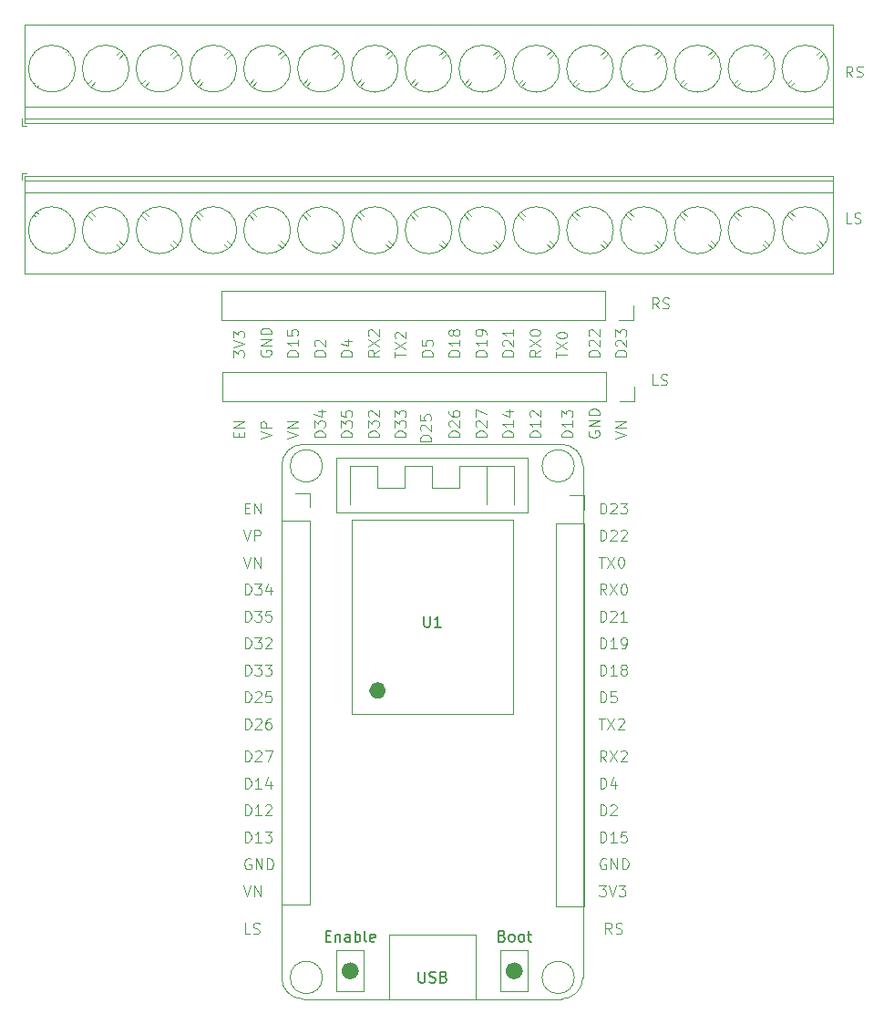
<source format=gbr>
%TF.GenerationSoftware,KiCad,Pcbnew,8.0.5*%
%TF.CreationDate,2025-02-15T20:25:57+11:00*%
%TF.ProjectId,hello_world,68656c6c-6f5f-4776-9f72-6c642e6b6963,1*%
%TF.SameCoordinates,Original*%
%TF.FileFunction,Legend,Top*%
%TF.FilePolarity,Positive*%
%FSLAX46Y46*%
G04 Gerber Fmt 4.6, Leading zero omitted, Abs format (unit mm)*
G04 Created by KiCad (PCBNEW 8.0.5) date 2025-02-15 20:25:57*
%MOMM*%
%LPD*%
G01*
G04 APERTURE LIST*
%ADD10C,0.100000*%
%ADD11C,0.150000*%
%ADD12C,0.120000*%
%ADD13C,1.000000*%
%ADD14C,0.800000*%
G04 APERTURE END LIST*
D10*
X169875312Y-97262475D02*
X169541979Y-96786284D01*
X169303884Y-97262475D02*
X169303884Y-96262475D01*
X169303884Y-96262475D02*
X169684836Y-96262475D01*
X169684836Y-96262475D02*
X169780074Y-96310094D01*
X169780074Y-96310094D02*
X169827693Y-96357713D01*
X169827693Y-96357713D02*
X169875312Y-96452951D01*
X169875312Y-96452951D02*
X169875312Y-96595808D01*
X169875312Y-96595808D02*
X169827693Y-96691046D01*
X169827693Y-96691046D02*
X169780074Y-96738665D01*
X169780074Y-96738665D02*
X169684836Y-96786284D01*
X169684836Y-96786284D02*
X169303884Y-96786284D01*
X170256265Y-97214856D02*
X170399122Y-97262475D01*
X170399122Y-97262475D02*
X170637217Y-97262475D01*
X170637217Y-97262475D02*
X170732455Y-97214856D01*
X170732455Y-97214856D02*
X170780074Y-97167236D01*
X170780074Y-97167236D02*
X170827693Y-97071998D01*
X170827693Y-97071998D02*
X170827693Y-96976760D01*
X170827693Y-96976760D02*
X170780074Y-96881522D01*
X170780074Y-96881522D02*
X170732455Y-96833903D01*
X170732455Y-96833903D02*
X170637217Y-96786284D01*
X170637217Y-96786284D02*
X170446741Y-96738665D01*
X170446741Y-96738665D02*
X170351503Y-96691046D01*
X170351503Y-96691046D02*
X170303884Y-96643427D01*
X170303884Y-96643427D02*
X170256265Y-96548189D01*
X170256265Y-96548189D02*
X170256265Y-96452951D01*
X170256265Y-96452951D02*
X170303884Y-96357713D01*
X170303884Y-96357713D02*
X170351503Y-96310094D01*
X170351503Y-96310094D02*
X170446741Y-96262475D01*
X170446741Y-96262475D02*
X170684836Y-96262475D01*
X170684836Y-96262475D02*
X170827693Y-96310094D01*
X148872419Y-101696115D02*
X147872419Y-101696115D01*
X147872419Y-101696115D02*
X147872419Y-101458020D01*
X147872419Y-101458020D02*
X147920038Y-101315163D01*
X147920038Y-101315163D02*
X148015276Y-101219925D01*
X148015276Y-101219925D02*
X148110514Y-101172306D01*
X148110514Y-101172306D02*
X148300990Y-101124687D01*
X148300990Y-101124687D02*
X148443847Y-101124687D01*
X148443847Y-101124687D02*
X148634323Y-101172306D01*
X148634323Y-101172306D02*
X148729561Y-101219925D01*
X148729561Y-101219925D02*
X148824800Y-101315163D01*
X148824800Y-101315163D02*
X148872419Y-101458020D01*
X148872419Y-101458020D02*
X148872419Y-101696115D01*
X147872419Y-100219925D02*
X147872419Y-100696115D01*
X147872419Y-100696115D02*
X148348609Y-100743734D01*
X148348609Y-100743734D02*
X148300990Y-100696115D01*
X148300990Y-100696115D02*
X148253371Y-100600877D01*
X148253371Y-100600877D02*
X148253371Y-100362782D01*
X148253371Y-100362782D02*
X148300990Y-100267544D01*
X148300990Y-100267544D02*
X148348609Y-100219925D01*
X148348609Y-100219925D02*
X148443847Y-100172306D01*
X148443847Y-100172306D02*
X148681942Y-100172306D01*
X148681942Y-100172306D02*
X148777180Y-100219925D01*
X148777180Y-100219925D02*
X148824800Y-100267544D01*
X148824800Y-100267544D02*
X148872419Y-100362782D01*
X148872419Y-100362782D02*
X148872419Y-100600877D01*
X148872419Y-100600877D02*
X148824800Y-100696115D01*
X148824800Y-100696115D02*
X148777180Y-100743734D01*
X131442979Y-146832512D02*
X131442979Y-145832512D01*
X131442979Y-145832512D02*
X131681074Y-145832512D01*
X131681074Y-145832512D02*
X131823931Y-145880131D01*
X131823931Y-145880131D02*
X131919169Y-145975369D01*
X131919169Y-145975369D02*
X131966788Y-146070607D01*
X131966788Y-146070607D02*
X132014407Y-146261083D01*
X132014407Y-146261083D02*
X132014407Y-146403940D01*
X132014407Y-146403940D02*
X131966788Y-146594416D01*
X131966788Y-146594416D02*
X131919169Y-146689654D01*
X131919169Y-146689654D02*
X131823931Y-146784893D01*
X131823931Y-146784893D02*
X131681074Y-146832512D01*
X131681074Y-146832512D02*
X131442979Y-146832512D01*
X132966788Y-146832512D02*
X132395360Y-146832512D01*
X132681074Y-146832512D02*
X132681074Y-145832512D01*
X132681074Y-145832512D02*
X132585836Y-145975369D01*
X132585836Y-145975369D02*
X132490598Y-146070607D01*
X132490598Y-146070607D02*
X132395360Y-146118226D01*
X133300122Y-145832512D02*
X133919169Y-145832512D01*
X133919169Y-145832512D02*
X133585836Y-146213464D01*
X133585836Y-146213464D02*
X133728693Y-146213464D01*
X133728693Y-146213464D02*
X133823931Y-146261083D01*
X133823931Y-146261083D02*
X133871550Y-146308702D01*
X133871550Y-146308702D02*
X133919169Y-146403940D01*
X133919169Y-146403940D02*
X133919169Y-146642035D01*
X133919169Y-146642035D02*
X133871550Y-146737273D01*
X133871550Y-146737273D02*
X133823931Y-146784893D01*
X133823931Y-146784893D02*
X133728693Y-146832512D01*
X133728693Y-146832512D02*
X133442979Y-146832512D01*
X133442979Y-146832512D02*
X133347741Y-146784893D01*
X133347741Y-146784893D02*
X133300122Y-146737273D01*
X156372419Y-101696115D02*
X155372419Y-101696115D01*
X155372419Y-101696115D02*
X155372419Y-101458020D01*
X155372419Y-101458020D02*
X155420038Y-101315163D01*
X155420038Y-101315163D02*
X155515276Y-101219925D01*
X155515276Y-101219925D02*
X155610514Y-101172306D01*
X155610514Y-101172306D02*
X155800990Y-101124687D01*
X155800990Y-101124687D02*
X155943847Y-101124687D01*
X155943847Y-101124687D02*
X156134323Y-101172306D01*
X156134323Y-101172306D02*
X156229561Y-101219925D01*
X156229561Y-101219925D02*
X156324800Y-101315163D01*
X156324800Y-101315163D02*
X156372419Y-101458020D01*
X156372419Y-101458020D02*
X156372419Y-101696115D01*
X155467657Y-100743734D02*
X155420038Y-100696115D01*
X155420038Y-100696115D02*
X155372419Y-100600877D01*
X155372419Y-100600877D02*
X155372419Y-100362782D01*
X155372419Y-100362782D02*
X155420038Y-100267544D01*
X155420038Y-100267544D02*
X155467657Y-100219925D01*
X155467657Y-100219925D02*
X155562895Y-100172306D01*
X155562895Y-100172306D02*
X155658133Y-100172306D01*
X155658133Y-100172306D02*
X155800990Y-100219925D01*
X155800990Y-100219925D02*
X156372419Y-100791353D01*
X156372419Y-100791353D02*
X156372419Y-100172306D01*
X156372419Y-99219925D02*
X156372419Y-99791353D01*
X156372419Y-99505639D02*
X155372419Y-99505639D01*
X155372419Y-99505639D02*
X155515276Y-99600877D01*
X155515276Y-99600877D02*
X155610514Y-99696115D01*
X155610514Y-99696115D02*
X155658133Y-99791353D01*
X158872419Y-101124687D02*
X158396228Y-101458020D01*
X158872419Y-101696115D02*
X157872419Y-101696115D01*
X157872419Y-101696115D02*
X157872419Y-101315163D01*
X157872419Y-101315163D02*
X157920038Y-101219925D01*
X157920038Y-101219925D02*
X157967657Y-101172306D01*
X157967657Y-101172306D02*
X158062895Y-101124687D01*
X158062895Y-101124687D02*
X158205752Y-101124687D01*
X158205752Y-101124687D02*
X158300990Y-101172306D01*
X158300990Y-101172306D02*
X158348609Y-101219925D01*
X158348609Y-101219925D02*
X158396228Y-101315163D01*
X158396228Y-101315163D02*
X158396228Y-101696115D01*
X157872419Y-100791353D02*
X158872419Y-100124687D01*
X157872419Y-100124687D02*
X158872419Y-100791353D01*
X157872419Y-99553258D02*
X157872419Y-99458020D01*
X157872419Y-99458020D02*
X157920038Y-99362782D01*
X157920038Y-99362782D02*
X157967657Y-99315163D01*
X157967657Y-99315163D02*
X158062895Y-99267544D01*
X158062895Y-99267544D02*
X158253371Y-99219925D01*
X158253371Y-99219925D02*
X158491466Y-99219925D01*
X158491466Y-99219925D02*
X158681942Y-99267544D01*
X158681942Y-99267544D02*
X158777180Y-99315163D01*
X158777180Y-99315163D02*
X158824800Y-99362782D01*
X158824800Y-99362782D02*
X158872419Y-99458020D01*
X158872419Y-99458020D02*
X158872419Y-99553258D01*
X158872419Y-99553258D02*
X158824800Y-99648496D01*
X158824800Y-99648496D02*
X158777180Y-99696115D01*
X158777180Y-99696115D02*
X158681942Y-99743734D01*
X158681942Y-99743734D02*
X158491466Y-99791353D01*
X158491466Y-99791353D02*
X158253371Y-99791353D01*
X158253371Y-99791353D02*
X158062895Y-99743734D01*
X158062895Y-99743734D02*
X157967657Y-99696115D01*
X157967657Y-99696115D02*
X157920038Y-99648496D01*
X157920038Y-99648496D02*
X157872419Y-99553258D01*
X130848609Y-109196115D02*
X130848609Y-108862782D01*
X131372419Y-108719925D02*
X131372419Y-109196115D01*
X131372419Y-109196115D02*
X130372419Y-109196115D01*
X130372419Y-109196115D02*
X130372419Y-108719925D01*
X131372419Y-108291353D02*
X130372419Y-108291353D01*
X130372419Y-108291353D02*
X131372419Y-107719925D01*
X131372419Y-107719925D02*
X130372419Y-107719925D01*
X164300122Y-120332512D02*
X164871550Y-120332512D01*
X164585836Y-121332512D02*
X164585836Y-120332512D01*
X165109646Y-120332512D02*
X165776312Y-121332512D01*
X165776312Y-120332512D02*
X165109646Y-121332512D01*
X166347741Y-120332512D02*
X166442979Y-120332512D01*
X166442979Y-120332512D02*
X166538217Y-120380131D01*
X166538217Y-120380131D02*
X166585836Y-120427750D01*
X166585836Y-120427750D02*
X166633455Y-120522988D01*
X166633455Y-120522988D02*
X166681074Y-120713464D01*
X166681074Y-120713464D02*
X166681074Y-120951559D01*
X166681074Y-120951559D02*
X166633455Y-121142035D01*
X166633455Y-121142035D02*
X166585836Y-121237273D01*
X166585836Y-121237273D02*
X166538217Y-121284893D01*
X166538217Y-121284893D02*
X166442979Y-121332512D01*
X166442979Y-121332512D02*
X166347741Y-121332512D01*
X166347741Y-121332512D02*
X166252503Y-121284893D01*
X166252503Y-121284893D02*
X166204884Y-121237273D01*
X166204884Y-121237273D02*
X166157265Y-121142035D01*
X166157265Y-121142035D02*
X166109646Y-120951559D01*
X166109646Y-120951559D02*
X166109646Y-120713464D01*
X166109646Y-120713464D02*
X166157265Y-120522988D01*
X166157265Y-120522988D02*
X166204884Y-120427750D01*
X166204884Y-120427750D02*
X166252503Y-120380131D01*
X166252503Y-120380131D02*
X166347741Y-120332512D01*
X164442979Y-146832512D02*
X164442979Y-145832512D01*
X164442979Y-145832512D02*
X164681074Y-145832512D01*
X164681074Y-145832512D02*
X164823931Y-145880131D01*
X164823931Y-145880131D02*
X164919169Y-145975369D01*
X164919169Y-145975369D02*
X164966788Y-146070607D01*
X164966788Y-146070607D02*
X165014407Y-146261083D01*
X165014407Y-146261083D02*
X165014407Y-146403940D01*
X165014407Y-146403940D02*
X164966788Y-146594416D01*
X164966788Y-146594416D02*
X164919169Y-146689654D01*
X164919169Y-146689654D02*
X164823931Y-146784893D01*
X164823931Y-146784893D02*
X164681074Y-146832512D01*
X164681074Y-146832512D02*
X164442979Y-146832512D01*
X165966788Y-146832512D02*
X165395360Y-146832512D01*
X165681074Y-146832512D02*
X165681074Y-145832512D01*
X165681074Y-145832512D02*
X165585836Y-145975369D01*
X165585836Y-145975369D02*
X165490598Y-146070607D01*
X165490598Y-146070607D02*
X165395360Y-146118226D01*
X166871550Y-145832512D02*
X166395360Y-145832512D01*
X166395360Y-145832512D02*
X166347741Y-146308702D01*
X166347741Y-146308702D02*
X166395360Y-146261083D01*
X166395360Y-146261083D02*
X166490598Y-146213464D01*
X166490598Y-146213464D02*
X166728693Y-146213464D01*
X166728693Y-146213464D02*
X166823931Y-146261083D01*
X166823931Y-146261083D02*
X166871550Y-146308702D01*
X166871550Y-146308702D02*
X166919169Y-146403940D01*
X166919169Y-146403940D02*
X166919169Y-146642035D01*
X166919169Y-146642035D02*
X166871550Y-146737273D01*
X166871550Y-146737273D02*
X166823931Y-146784893D01*
X166823931Y-146784893D02*
X166728693Y-146832512D01*
X166728693Y-146832512D02*
X166490598Y-146832512D01*
X166490598Y-146832512D02*
X166395360Y-146784893D01*
X166395360Y-146784893D02*
X166347741Y-146737273D01*
X145372419Y-101838972D02*
X145372419Y-101267544D01*
X146372419Y-101553258D02*
X145372419Y-101553258D01*
X145372419Y-101029448D02*
X146372419Y-100362782D01*
X145372419Y-100362782D02*
X146372419Y-101029448D01*
X145467657Y-100029448D02*
X145420038Y-99981829D01*
X145420038Y-99981829D02*
X145372419Y-99886591D01*
X145372419Y-99886591D02*
X145372419Y-99648496D01*
X145372419Y-99648496D02*
X145420038Y-99553258D01*
X145420038Y-99553258D02*
X145467657Y-99505639D01*
X145467657Y-99505639D02*
X145562895Y-99458020D01*
X145562895Y-99458020D02*
X145658133Y-99458020D01*
X145658133Y-99458020D02*
X145800990Y-99505639D01*
X145800990Y-99505639D02*
X146372419Y-100077067D01*
X146372419Y-100077067D02*
X146372419Y-99458020D01*
X164300122Y-135332512D02*
X164871550Y-135332512D01*
X164585836Y-136332512D02*
X164585836Y-135332512D01*
X165109646Y-135332512D02*
X165776312Y-136332512D01*
X165776312Y-135332512D02*
X165109646Y-136332512D01*
X166109646Y-135427750D02*
X166157265Y-135380131D01*
X166157265Y-135380131D02*
X166252503Y-135332512D01*
X166252503Y-135332512D02*
X166490598Y-135332512D01*
X166490598Y-135332512D02*
X166585836Y-135380131D01*
X166585836Y-135380131D02*
X166633455Y-135427750D01*
X166633455Y-135427750D02*
X166681074Y-135522988D01*
X166681074Y-135522988D02*
X166681074Y-135618226D01*
X166681074Y-135618226D02*
X166633455Y-135761083D01*
X166633455Y-135761083D02*
X166062027Y-136332512D01*
X166062027Y-136332512D02*
X166681074Y-136332512D01*
X141372419Y-101696115D02*
X140372419Y-101696115D01*
X140372419Y-101696115D02*
X140372419Y-101458020D01*
X140372419Y-101458020D02*
X140420038Y-101315163D01*
X140420038Y-101315163D02*
X140515276Y-101219925D01*
X140515276Y-101219925D02*
X140610514Y-101172306D01*
X140610514Y-101172306D02*
X140800990Y-101124687D01*
X140800990Y-101124687D02*
X140943847Y-101124687D01*
X140943847Y-101124687D02*
X141134323Y-101172306D01*
X141134323Y-101172306D02*
X141229561Y-101219925D01*
X141229561Y-101219925D02*
X141324800Y-101315163D01*
X141324800Y-101315163D02*
X141372419Y-101458020D01*
X141372419Y-101458020D02*
X141372419Y-101696115D01*
X140705752Y-100267544D02*
X141372419Y-100267544D01*
X140324800Y-100505639D02*
X141039085Y-100743734D01*
X141039085Y-100743734D02*
X141039085Y-100124687D01*
X141372419Y-109196115D02*
X140372419Y-109196115D01*
X140372419Y-109196115D02*
X140372419Y-108958020D01*
X140372419Y-108958020D02*
X140420038Y-108815163D01*
X140420038Y-108815163D02*
X140515276Y-108719925D01*
X140515276Y-108719925D02*
X140610514Y-108672306D01*
X140610514Y-108672306D02*
X140800990Y-108624687D01*
X140800990Y-108624687D02*
X140943847Y-108624687D01*
X140943847Y-108624687D02*
X141134323Y-108672306D01*
X141134323Y-108672306D02*
X141229561Y-108719925D01*
X141229561Y-108719925D02*
X141324800Y-108815163D01*
X141324800Y-108815163D02*
X141372419Y-108958020D01*
X141372419Y-108958020D02*
X141372419Y-109196115D01*
X140372419Y-108291353D02*
X140372419Y-107672306D01*
X140372419Y-107672306D02*
X140753371Y-108005639D01*
X140753371Y-108005639D02*
X140753371Y-107862782D01*
X140753371Y-107862782D02*
X140800990Y-107767544D01*
X140800990Y-107767544D02*
X140848609Y-107719925D01*
X140848609Y-107719925D02*
X140943847Y-107672306D01*
X140943847Y-107672306D02*
X141181942Y-107672306D01*
X141181942Y-107672306D02*
X141277180Y-107719925D01*
X141277180Y-107719925D02*
X141324800Y-107767544D01*
X141324800Y-107767544D02*
X141372419Y-107862782D01*
X141372419Y-107862782D02*
X141372419Y-108148496D01*
X141372419Y-108148496D02*
X141324800Y-108243734D01*
X141324800Y-108243734D02*
X141277180Y-108291353D01*
X140372419Y-106767544D02*
X140372419Y-107243734D01*
X140372419Y-107243734D02*
X140848609Y-107291353D01*
X140848609Y-107291353D02*
X140800990Y-107243734D01*
X140800990Y-107243734D02*
X140753371Y-107148496D01*
X140753371Y-107148496D02*
X140753371Y-106910401D01*
X140753371Y-106910401D02*
X140800990Y-106815163D01*
X140800990Y-106815163D02*
X140848609Y-106767544D01*
X140848609Y-106767544D02*
X140943847Y-106719925D01*
X140943847Y-106719925D02*
X141181942Y-106719925D01*
X141181942Y-106719925D02*
X141277180Y-106767544D01*
X141277180Y-106767544D02*
X141324800Y-106815163D01*
X141324800Y-106815163D02*
X141372419Y-106910401D01*
X141372419Y-106910401D02*
X141372419Y-107148496D01*
X141372419Y-107148496D02*
X141324800Y-107243734D01*
X141324800Y-107243734D02*
X141277180Y-107291353D01*
X164442979Y-128832512D02*
X164442979Y-127832512D01*
X164442979Y-127832512D02*
X164681074Y-127832512D01*
X164681074Y-127832512D02*
X164823931Y-127880131D01*
X164823931Y-127880131D02*
X164919169Y-127975369D01*
X164919169Y-127975369D02*
X164966788Y-128070607D01*
X164966788Y-128070607D02*
X165014407Y-128261083D01*
X165014407Y-128261083D02*
X165014407Y-128403940D01*
X165014407Y-128403940D02*
X164966788Y-128594416D01*
X164966788Y-128594416D02*
X164919169Y-128689654D01*
X164919169Y-128689654D02*
X164823931Y-128784893D01*
X164823931Y-128784893D02*
X164681074Y-128832512D01*
X164681074Y-128832512D02*
X164442979Y-128832512D01*
X165966788Y-128832512D02*
X165395360Y-128832512D01*
X165681074Y-128832512D02*
X165681074Y-127832512D01*
X165681074Y-127832512D02*
X165585836Y-127975369D01*
X165585836Y-127975369D02*
X165490598Y-128070607D01*
X165490598Y-128070607D02*
X165395360Y-128118226D01*
X166442979Y-128832512D02*
X166633455Y-128832512D01*
X166633455Y-128832512D02*
X166728693Y-128784893D01*
X166728693Y-128784893D02*
X166776312Y-128737273D01*
X166776312Y-128737273D02*
X166871550Y-128594416D01*
X166871550Y-128594416D02*
X166919169Y-128403940D01*
X166919169Y-128403940D02*
X166919169Y-128022988D01*
X166919169Y-128022988D02*
X166871550Y-127927750D01*
X166871550Y-127927750D02*
X166823931Y-127880131D01*
X166823931Y-127880131D02*
X166728693Y-127832512D01*
X166728693Y-127832512D02*
X166538217Y-127832512D01*
X166538217Y-127832512D02*
X166442979Y-127880131D01*
X166442979Y-127880131D02*
X166395360Y-127927750D01*
X166395360Y-127927750D02*
X166347741Y-128022988D01*
X166347741Y-128022988D02*
X166347741Y-128261083D01*
X166347741Y-128261083D02*
X166395360Y-128356321D01*
X166395360Y-128356321D02*
X166442979Y-128403940D01*
X166442979Y-128403940D02*
X166538217Y-128451559D01*
X166538217Y-128451559D02*
X166728693Y-128451559D01*
X166728693Y-128451559D02*
X166823931Y-128403940D01*
X166823931Y-128403940D02*
X166871550Y-128356321D01*
X166871550Y-128356321D02*
X166919169Y-128261083D01*
X130372419Y-101791353D02*
X130372419Y-101172306D01*
X130372419Y-101172306D02*
X130753371Y-101505639D01*
X130753371Y-101505639D02*
X130753371Y-101362782D01*
X130753371Y-101362782D02*
X130800990Y-101267544D01*
X130800990Y-101267544D02*
X130848609Y-101219925D01*
X130848609Y-101219925D02*
X130943847Y-101172306D01*
X130943847Y-101172306D02*
X131181942Y-101172306D01*
X131181942Y-101172306D02*
X131277180Y-101219925D01*
X131277180Y-101219925D02*
X131324800Y-101267544D01*
X131324800Y-101267544D02*
X131372419Y-101362782D01*
X131372419Y-101362782D02*
X131372419Y-101648496D01*
X131372419Y-101648496D02*
X131324800Y-101743734D01*
X131324800Y-101743734D02*
X131277180Y-101791353D01*
X130372419Y-100886591D02*
X131372419Y-100553258D01*
X131372419Y-100553258D02*
X130372419Y-100219925D01*
X130372419Y-99981829D02*
X130372419Y-99362782D01*
X130372419Y-99362782D02*
X130753371Y-99696115D01*
X130753371Y-99696115D02*
X130753371Y-99553258D01*
X130753371Y-99553258D02*
X130800990Y-99458020D01*
X130800990Y-99458020D02*
X130848609Y-99410401D01*
X130848609Y-99410401D02*
X130943847Y-99362782D01*
X130943847Y-99362782D02*
X131181942Y-99362782D01*
X131181942Y-99362782D02*
X131277180Y-99410401D01*
X131277180Y-99410401D02*
X131324800Y-99458020D01*
X131324800Y-99458020D02*
X131372419Y-99553258D01*
X131372419Y-99553258D02*
X131372419Y-99838972D01*
X131372419Y-99838972D02*
X131324800Y-99934210D01*
X131324800Y-99934210D02*
X131277180Y-99981829D01*
X164442979Y-116332512D02*
X164442979Y-115332512D01*
X164442979Y-115332512D02*
X164681074Y-115332512D01*
X164681074Y-115332512D02*
X164823931Y-115380131D01*
X164823931Y-115380131D02*
X164919169Y-115475369D01*
X164919169Y-115475369D02*
X164966788Y-115570607D01*
X164966788Y-115570607D02*
X165014407Y-115761083D01*
X165014407Y-115761083D02*
X165014407Y-115903940D01*
X165014407Y-115903940D02*
X164966788Y-116094416D01*
X164966788Y-116094416D02*
X164919169Y-116189654D01*
X164919169Y-116189654D02*
X164823931Y-116284893D01*
X164823931Y-116284893D02*
X164681074Y-116332512D01*
X164681074Y-116332512D02*
X164442979Y-116332512D01*
X165395360Y-115427750D02*
X165442979Y-115380131D01*
X165442979Y-115380131D02*
X165538217Y-115332512D01*
X165538217Y-115332512D02*
X165776312Y-115332512D01*
X165776312Y-115332512D02*
X165871550Y-115380131D01*
X165871550Y-115380131D02*
X165919169Y-115427750D01*
X165919169Y-115427750D02*
X165966788Y-115522988D01*
X165966788Y-115522988D02*
X165966788Y-115618226D01*
X165966788Y-115618226D02*
X165919169Y-115761083D01*
X165919169Y-115761083D02*
X165347741Y-116332512D01*
X165347741Y-116332512D02*
X165966788Y-116332512D01*
X166300122Y-115332512D02*
X166919169Y-115332512D01*
X166919169Y-115332512D02*
X166585836Y-115713464D01*
X166585836Y-115713464D02*
X166728693Y-115713464D01*
X166728693Y-115713464D02*
X166823931Y-115761083D01*
X166823931Y-115761083D02*
X166871550Y-115808702D01*
X166871550Y-115808702D02*
X166919169Y-115903940D01*
X166919169Y-115903940D02*
X166919169Y-116142035D01*
X166919169Y-116142035D02*
X166871550Y-116237273D01*
X166871550Y-116237273D02*
X166823931Y-116284893D01*
X166823931Y-116284893D02*
X166728693Y-116332512D01*
X166728693Y-116332512D02*
X166442979Y-116332512D01*
X166442979Y-116332512D02*
X166347741Y-116284893D01*
X166347741Y-116284893D02*
X166300122Y-116237273D01*
X131442979Y-128832512D02*
X131442979Y-127832512D01*
X131442979Y-127832512D02*
X131681074Y-127832512D01*
X131681074Y-127832512D02*
X131823931Y-127880131D01*
X131823931Y-127880131D02*
X131919169Y-127975369D01*
X131919169Y-127975369D02*
X131966788Y-128070607D01*
X131966788Y-128070607D02*
X132014407Y-128261083D01*
X132014407Y-128261083D02*
X132014407Y-128403940D01*
X132014407Y-128403940D02*
X131966788Y-128594416D01*
X131966788Y-128594416D02*
X131919169Y-128689654D01*
X131919169Y-128689654D02*
X131823931Y-128784893D01*
X131823931Y-128784893D02*
X131681074Y-128832512D01*
X131681074Y-128832512D02*
X131442979Y-128832512D01*
X132347741Y-127832512D02*
X132966788Y-127832512D01*
X132966788Y-127832512D02*
X132633455Y-128213464D01*
X132633455Y-128213464D02*
X132776312Y-128213464D01*
X132776312Y-128213464D02*
X132871550Y-128261083D01*
X132871550Y-128261083D02*
X132919169Y-128308702D01*
X132919169Y-128308702D02*
X132966788Y-128403940D01*
X132966788Y-128403940D02*
X132966788Y-128642035D01*
X132966788Y-128642035D02*
X132919169Y-128737273D01*
X132919169Y-128737273D02*
X132871550Y-128784893D01*
X132871550Y-128784893D02*
X132776312Y-128832512D01*
X132776312Y-128832512D02*
X132490598Y-128832512D01*
X132490598Y-128832512D02*
X132395360Y-128784893D01*
X132395360Y-128784893D02*
X132347741Y-128737273D01*
X133347741Y-127927750D02*
X133395360Y-127880131D01*
X133395360Y-127880131D02*
X133490598Y-127832512D01*
X133490598Y-127832512D02*
X133728693Y-127832512D01*
X133728693Y-127832512D02*
X133823931Y-127880131D01*
X133823931Y-127880131D02*
X133871550Y-127927750D01*
X133871550Y-127927750D02*
X133919169Y-128022988D01*
X133919169Y-128022988D02*
X133919169Y-128118226D01*
X133919169Y-128118226D02*
X133871550Y-128261083D01*
X133871550Y-128261083D02*
X133300122Y-128832512D01*
X133300122Y-128832512D02*
X133919169Y-128832512D01*
X131442979Y-115808702D02*
X131776312Y-115808702D01*
X131919169Y-116332512D02*
X131442979Y-116332512D01*
X131442979Y-116332512D02*
X131442979Y-115332512D01*
X131442979Y-115332512D02*
X131919169Y-115332512D01*
X132347741Y-116332512D02*
X132347741Y-115332512D01*
X132347741Y-115332512D02*
X132919169Y-116332512D01*
X132919169Y-116332512D02*
X132919169Y-115332512D01*
X131442979Y-133832512D02*
X131442979Y-132832512D01*
X131442979Y-132832512D02*
X131681074Y-132832512D01*
X131681074Y-132832512D02*
X131823931Y-132880131D01*
X131823931Y-132880131D02*
X131919169Y-132975369D01*
X131919169Y-132975369D02*
X131966788Y-133070607D01*
X131966788Y-133070607D02*
X132014407Y-133261083D01*
X132014407Y-133261083D02*
X132014407Y-133403940D01*
X132014407Y-133403940D02*
X131966788Y-133594416D01*
X131966788Y-133594416D02*
X131919169Y-133689654D01*
X131919169Y-133689654D02*
X131823931Y-133784893D01*
X131823931Y-133784893D02*
X131681074Y-133832512D01*
X131681074Y-133832512D02*
X131442979Y-133832512D01*
X132395360Y-132927750D02*
X132442979Y-132880131D01*
X132442979Y-132880131D02*
X132538217Y-132832512D01*
X132538217Y-132832512D02*
X132776312Y-132832512D01*
X132776312Y-132832512D02*
X132871550Y-132880131D01*
X132871550Y-132880131D02*
X132919169Y-132927750D01*
X132919169Y-132927750D02*
X132966788Y-133022988D01*
X132966788Y-133022988D02*
X132966788Y-133118226D01*
X132966788Y-133118226D02*
X132919169Y-133261083D01*
X132919169Y-133261083D02*
X132347741Y-133832512D01*
X132347741Y-133832512D02*
X132966788Y-133832512D01*
X133871550Y-132832512D02*
X133395360Y-132832512D01*
X133395360Y-132832512D02*
X133347741Y-133308702D01*
X133347741Y-133308702D02*
X133395360Y-133261083D01*
X133395360Y-133261083D02*
X133490598Y-133213464D01*
X133490598Y-133213464D02*
X133728693Y-133213464D01*
X133728693Y-133213464D02*
X133823931Y-133261083D01*
X133823931Y-133261083D02*
X133871550Y-133308702D01*
X133871550Y-133308702D02*
X133919169Y-133403940D01*
X133919169Y-133403940D02*
X133919169Y-133642035D01*
X133919169Y-133642035D02*
X133871550Y-133737273D01*
X133871550Y-133737273D02*
X133823931Y-133784893D01*
X133823931Y-133784893D02*
X133728693Y-133832512D01*
X133728693Y-133832512D02*
X133490598Y-133832512D01*
X133490598Y-133832512D02*
X133395360Y-133784893D01*
X133395360Y-133784893D02*
X133347741Y-133737273D01*
X164442979Y-126332512D02*
X164442979Y-125332512D01*
X164442979Y-125332512D02*
X164681074Y-125332512D01*
X164681074Y-125332512D02*
X164823931Y-125380131D01*
X164823931Y-125380131D02*
X164919169Y-125475369D01*
X164919169Y-125475369D02*
X164966788Y-125570607D01*
X164966788Y-125570607D02*
X165014407Y-125761083D01*
X165014407Y-125761083D02*
X165014407Y-125903940D01*
X165014407Y-125903940D02*
X164966788Y-126094416D01*
X164966788Y-126094416D02*
X164919169Y-126189654D01*
X164919169Y-126189654D02*
X164823931Y-126284893D01*
X164823931Y-126284893D02*
X164681074Y-126332512D01*
X164681074Y-126332512D02*
X164442979Y-126332512D01*
X165395360Y-125427750D02*
X165442979Y-125380131D01*
X165442979Y-125380131D02*
X165538217Y-125332512D01*
X165538217Y-125332512D02*
X165776312Y-125332512D01*
X165776312Y-125332512D02*
X165871550Y-125380131D01*
X165871550Y-125380131D02*
X165919169Y-125427750D01*
X165919169Y-125427750D02*
X165966788Y-125522988D01*
X165966788Y-125522988D02*
X165966788Y-125618226D01*
X165966788Y-125618226D02*
X165919169Y-125761083D01*
X165919169Y-125761083D02*
X165347741Y-126332512D01*
X165347741Y-126332512D02*
X165966788Y-126332512D01*
X166919169Y-126332512D02*
X166347741Y-126332512D01*
X166633455Y-126332512D02*
X166633455Y-125332512D01*
X166633455Y-125332512D02*
X166538217Y-125475369D01*
X166538217Y-125475369D02*
X166442979Y-125570607D01*
X166442979Y-125570607D02*
X166347741Y-125618226D01*
X135372419Y-109338972D02*
X136372419Y-109005639D01*
X136372419Y-109005639D02*
X135372419Y-108672306D01*
X136372419Y-108338972D02*
X135372419Y-108338972D01*
X135372419Y-108338972D02*
X136372419Y-107767544D01*
X136372419Y-107767544D02*
X135372419Y-107767544D01*
X165014407Y-123832512D02*
X164681074Y-123356321D01*
X164442979Y-123832512D02*
X164442979Y-122832512D01*
X164442979Y-122832512D02*
X164823931Y-122832512D01*
X164823931Y-122832512D02*
X164919169Y-122880131D01*
X164919169Y-122880131D02*
X164966788Y-122927750D01*
X164966788Y-122927750D02*
X165014407Y-123022988D01*
X165014407Y-123022988D02*
X165014407Y-123165845D01*
X165014407Y-123165845D02*
X164966788Y-123261083D01*
X164966788Y-123261083D02*
X164919169Y-123308702D01*
X164919169Y-123308702D02*
X164823931Y-123356321D01*
X164823931Y-123356321D02*
X164442979Y-123356321D01*
X165347741Y-122832512D02*
X166014407Y-123832512D01*
X166014407Y-122832512D02*
X165347741Y-123832512D01*
X166585836Y-122832512D02*
X166681074Y-122832512D01*
X166681074Y-122832512D02*
X166776312Y-122880131D01*
X166776312Y-122880131D02*
X166823931Y-122927750D01*
X166823931Y-122927750D02*
X166871550Y-123022988D01*
X166871550Y-123022988D02*
X166919169Y-123213464D01*
X166919169Y-123213464D02*
X166919169Y-123451559D01*
X166919169Y-123451559D02*
X166871550Y-123642035D01*
X166871550Y-123642035D02*
X166823931Y-123737273D01*
X166823931Y-123737273D02*
X166776312Y-123784893D01*
X166776312Y-123784893D02*
X166681074Y-123832512D01*
X166681074Y-123832512D02*
X166585836Y-123832512D01*
X166585836Y-123832512D02*
X166490598Y-123784893D01*
X166490598Y-123784893D02*
X166442979Y-123737273D01*
X166442979Y-123737273D02*
X166395360Y-123642035D01*
X166395360Y-123642035D02*
X166347741Y-123451559D01*
X166347741Y-123451559D02*
X166347741Y-123213464D01*
X166347741Y-123213464D02*
X166395360Y-123022988D01*
X166395360Y-123022988D02*
X166442979Y-122927750D01*
X166442979Y-122927750D02*
X166490598Y-122880131D01*
X166490598Y-122880131D02*
X166585836Y-122832512D01*
X164442979Y-118832512D02*
X164442979Y-117832512D01*
X164442979Y-117832512D02*
X164681074Y-117832512D01*
X164681074Y-117832512D02*
X164823931Y-117880131D01*
X164823931Y-117880131D02*
X164919169Y-117975369D01*
X164919169Y-117975369D02*
X164966788Y-118070607D01*
X164966788Y-118070607D02*
X165014407Y-118261083D01*
X165014407Y-118261083D02*
X165014407Y-118403940D01*
X165014407Y-118403940D02*
X164966788Y-118594416D01*
X164966788Y-118594416D02*
X164919169Y-118689654D01*
X164919169Y-118689654D02*
X164823931Y-118784893D01*
X164823931Y-118784893D02*
X164681074Y-118832512D01*
X164681074Y-118832512D02*
X164442979Y-118832512D01*
X165395360Y-117927750D02*
X165442979Y-117880131D01*
X165442979Y-117880131D02*
X165538217Y-117832512D01*
X165538217Y-117832512D02*
X165776312Y-117832512D01*
X165776312Y-117832512D02*
X165871550Y-117880131D01*
X165871550Y-117880131D02*
X165919169Y-117927750D01*
X165919169Y-117927750D02*
X165966788Y-118022988D01*
X165966788Y-118022988D02*
X165966788Y-118118226D01*
X165966788Y-118118226D02*
X165919169Y-118261083D01*
X165919169Y-118261083D02*
X165347741Y-118832512D01*
X165347741Y-118832512D02*
X165966788Y-118832512D01*
X166347741Y-117927750D02*
X166395360Y-117880131D01*
X166395360Y-117880131D02*
X166490598Y-117832512D01*
X166490598Y-117832512D02*
X166728693Y-117832512D01*
X166728693Y-117832512D02*
X166823931Y-117880131D01*
X166823931Y-117880131D02*
X166871550Y-117927750D01*
X166871550Y-117927750D02*
X166919169Y-118022988D01*
X166919169Y-118022988D02*
X166919169Y-118118226D01*
X166919169Y-118118226D02*
X166871550Y-118261083D01*
X166871550Y-118261083D02*
X166300122Y-118832512D01*
X166300122Y-118832512D02*
X166919169Y-118832512D01*
X164966788Y-148380131D02*
X164871550Y-148332512D01*
X164871550Y-148332512D02*
X164728693Y-148332512D01*
X164728693Y-148332512D02*
X164585836Y-148380131D01*
X164585836Y-148380131D02*
X164490598Y-148475369D01*
X164490598Y-148475369D02*
X164442979Y-148570607D01*
X164442979Y-148570607D02*
X164395360Y-148761083D01*
X164395360Y-148761083D02*
X164395360Y-148903940D01*
X164395360Y-148903940D02*
X164442979Y-149094416D01*
X164442979Y-149094416D02*
X164490598Y-149189654D01*
X164490598Y-149189654D02*
X164585836Y-149284893D01*
X164585836Y-149284893D02*
X164728693Y-149332512D01*
X164728693Y-149332512D02*
X164823931Y-149332512D01*
X164823931Y-149332512D02*
X164966788Y-149284893D01*
X164966788Y-149284893D02*
X165014407Y-149237273D01*
X165014407Y-149237273D02*
X165014407Y-148903940D01*
X165014407Y-148903940D02*
X164823931Y-148903940D01*
X165442979Y-149332512D02*
X165442979Y-148332512D01*
X165442979Y-148332512D02*
X166014407Y-149332512D01*
X166014407Y-149332512D02*
X166014407Y-148332512D01*
X166490598Y-149332512D02*
X166490598Y-148332512D01*
X166490598Y-148332512D02*
X166728693Y-148332512D01*
X166728693Y-148332512D02*
X166871550Y-148380131D01*
X166871550Y-148380131D02*
X166966788Y-148475369D01*
X166966788Y-148475369D02*
X167014407Y-148570607D01*
X167014407Y-148570607D02*
X167062026Y-148761083D01*
X167062026Y-148761083D02*
X167062026Y-148903940D01*
X167062026Y-148903940D02*
X167014407Y-149094416D01*
X167014407Y-149094416D02*
X166966788Y-149189654D01*
X166966788Y-149189654D02*
X166871550Y-149284893D01*
X166871550Y-149284893D02*
X166728693Y-149332512D01*
X166728693Y-149332512D02*
X166490598Y-149332512D01*
X143872419Y-101124687D02*
X143396228Y-101458020D01*
X143872419Y-101696115D02*
X142872419Y-101696115D01*
X142872419Y-101696115D02*
X142872419Y-101315163D01*
X142872419Y-101315163D02*
X142920038Y-101219925D01*
X142920038Y-101219925D02*
X142967657Y-101172306D01*
X142967657Y-101172306D02*
X143062895Y-101124687D01*
X143062895Y-101124687D02*
X143205752Y-101124687D01*
X143205752Y-101124687D02*
X143300990Y-101172306D01*
X143300990Y-101172306D02*
X143348609Y-101219925D01*
X143348609Y-101219925D02*
X143396228Y-101315163D01*
X143396228Y-101315163D02*
X143396228Y-101696115D01*
X142872419Y-100791353D02*
X143872419Y-100124687D01*
X142872419Y-100124687D02*
X143872419Y-100791353D01*
X142967657Y-99791353D02*
X142920038Y-99743734D01*
X142920038Y-99743734D02*
X142872419Y-99648496D01*
X142872419Y-99648496D02*
X142872419Y-99410401D01*
X142872419Y-99410401D02*
X142920038Y-99315163D01*
X142920038Y-99315163D02*
X142967657Y-99267544D01*
X142967657Y-99267544D02*
X143062895Y-99219925D01*
X143062895Y-99219925D02*
X143158133Y-99219925D01*
X143158133Y-99219925D02*
X143300990Y-99267544D01*
X143300990Y-99267544D02*
X143872419Y-99838972D01*
X143872419Y-99838972D02*
X143872419Y-99219925D01*
X131300122Y-117832512D02*
X131633455Y-118832512D01*
X131633455Y-118832512D02*
X131966788Y-117832512D01*
X132300122Y-118832512D02*
X132300122Y-117832512D01*
X132300122Y-117832512D02*
X132681074Y-117832512D01*
X132681074Y-117832512D02*
X132776312Y-117880131D01*
X132776312Y-117880131D02*
X132823931Y-117927750D01*
X132823931Y-117927750D02*
X132871550Y-118022988D01*
X132871550Y-118022988D02*
X132871550Y-118165845D01*
X132871550Y-118165845D02*
X132823931Y-118261083D01*
X132823931Y-118261083D02*
X132776312Y-118308702D01*
X132776312Y-118308702D02*
X132681074Y-118356321D01*
X132681074Y-118356321D02*
X132300122Y-118356321D01*
X148711514Y-109576208D02*
X147711514Y-109576208D01*
X147711514Y-109576208D02*
X147711514Y-109338113D01*
X147711514Y-109338113D02*
X147759133Y-109195256D01*
X147759133Y-109195256D02*
X147854371Y-109100018D01*
X147854371Y-109100018D02*
X147949609Y-109052399D01*
X147949609Y-109052399D02*
X148140085Y-109004780D01*
X148140085Y-109004780D02*
X148282942Y-109004780D01*
X148282942Y-109004780D02*
X148473418Y-109052399D01*
X148473418Y-109052399D02*
X148568656Y-109100018D01*
X148568656Y-109100018D02*
X148663895Y-109195256D01*
X148663895Y-109195256D02*
X148711514Y-109338113D01*
X148711514Y-109338113D02*
X148711514Y-109576208D01*
X147806752Y-108623827D02*
X147759133Y-108576208D01*
X147759133Y-108576208D02*
X147711514Y-108480970D01*
X147711514Y-108480970D02*
X147711514Y-108242875D01*
X147711514Y-108242875D02*
X147759133Y-108147637D01*
X147759133Y-108147637D02*
X147806752Y-108100018D01*
X147806752Y-108100018D02*
X147901990Y-108052399D01*
X147901990Y-108052399D02*
X147997228Y-108052399D01*
X147997228Y-108052399D02*
X148140085Y-108100018D01*
X148140085Y-108100018D02*
X148711514Y-108671446D01*
X148711514Y-108671446D02*
X148711514Y-108052399D01*
X147711514Y-107147637D02*
X147711514Y-107623827D01*
X147711514Y-107623827D02*
X148187704Y-107671446D01*
X148187704Y-107671446D02*
X148140085Y-107623827D01*
X148140085Y-107623827D02*
X148092466Y-107528589D01*
X148092466Y-107528589D02*
X148092466Y-107290494D01*
X148092466Y-107290494D02*
X148140085Y-107195256D01*
X148140085Y-107195256D02*
X148187704Y-107147637D01*
X148187704Y-107147637D02*
X148282942Y-107100018D01*
X148282942Y-107100018D02*
X148521037Y-107100018D01*
X148521037Y-107100018D02*
X148616275Y-107147637D01*
X148616275Y-107147637D02*
X148663895Y-107195256D01*
X148663895Y-107195256D02*
X148711514Y-107290494D01*
X148711514Y-107290494D02*
X148711514Y-107528589D01*
X148711514Y-107528589D02*
X148663895Y-107623827D01*
X148663895Y-107623827D02*
X148616275Y-107671446D01*
X132920038Y-101172306D02*
X132872419Y-101267544D01*
X132872419Y-101267544D02*
X132872419Y-101410401D01*
X132872419Y-101410401D02*
X132920038Y-101553258D01*
X132920038Y-101553258D02*
X133015276Y-101648496D01*
X133015276Y-101648496D02*
X133110514Y-101696115D01*
X133110514Y-101696115D02*
X133300990Y-101743734D01*
X133300990Y-101743734D02*
X133443847Y-101743734D01*
X133443847Y-101743734D02*
X133634323Y-101696115D01*
X133634323Y-101696115D02*
X133729561Y-101648496D01*
X133729561Y-101648496D02*
X133824800Y-101553258D01*
X133824800Y-101553258D02*
X133872419Y-101410401D01*
X133872419Y-101410401D02*
X133872419Y-101315163D01*
X133872419Y-101315163D02*
X133824800Y-101172306D01*
X133824800Y-101172306D02*
X133777180Y-101124687D01*
X133777180Y-101124687D02*
X133443847Y-101124687D01*
X133443847Y-101124687D02*
X133443847Y-101315163D01*
X133872419Y-100696115D02*
X132872419Y-100696115D01*
X132872419Y-100696115D02*
X133872419Y-100124687D01*
X133872419Y-100124687D02*
X132872419Y-100124687D01*
X133872419Y-99648496D02*
X132872419Y-99648496D01*
X132872419Y-99648496D02*
X132872419Y-99410401D01*
X132872419Y-99410401D02*
X132920038Y-99267544D01*
X132920038Y-99267544D02*
X133015276Y-99172306D01*
X133015276Y-99172306D02*
X133110514Y-99124687D01*
X133110514Y-99124687D02*
X133300990Y-99077068D01*
X133300990Y-99077068D02*
X133443847Y-99077068D01*
X133443847Y-99077068D02*
X133634323Y-99124687D01*
X133634323Y-99124687D02*
X133729561Y-99172306D01*
X133729561Y-99172306D02*
X133824800Y-99267544D01*
X133824800Y-99267544D02*
X133872419Y-99410401D01*
X133872419Y-99410401D02*
X133872419Y-99648496D01*
X151372419Y-109196115D02*
X150372419Y-109196115D01*
X150372419Y-109196115D02*
X150372419Y-108958020D01*
X150372419Y-108958020D02*
X150420038Y-108815163D01*
X150420038Y-108815163D02*
X150515276Y-108719925D01*
X150515276Y-108719925D02*
X150610514Y-108672306D01*
X150610514Y-108672306D02*
X150800990Y-108624687D01*
X150800990Y-108624687D02*
X150943847Y-108624687D01*
X150943847Y-108624687D02*
X151134323Y-108672306D01*
X151134323Y-108672306D02*
X151229561Y-108719925D01*
X151229561Y-108719925D02*
X151324800Y-108815163D01*
X151324800Y-108815163D02*
X151372419Y-108958020D01*
X151372419Y-108958020D02*
X151372419Y-109196115D01*
X150467657Y-108243734D02*
X150420038Y-108196115D01*
X150420038Y-108196115D02*
X150372419Y-108100877D01*
X150372419Y-108100877D02*
X150372419Y-107862782D01*
X150372419Y-107862782D02*
X150420038Y-107767544D01*
X150420038Y-107767544D02*
X150467657Y-107719925D01*
X150467657Y-107719925D02*
X150562895Y-107672306D01*
X150562895Y-107672306D02*
X150658133Y-107672306D01*
X150658133Y-107672306D02*
X150800990Y-107719925D01*
X150800990Y-107719925D02*
X151372419Y-108291353D01*
X151372419Y-108291353D02*
X151372419Y-107672306D01*
X150372419Y-106815163D02*
X150372419Y-107005639D01*
X150372419Y-107005639D02*
X150420038Y-107100877D01*
X150420038Y-107100877D02*
X150467657Y-107148496D01*
X150467657Y-107148496D02*
X150610514Y-107243734D01*
X150610514Y-107243734D02*
X150800990Y-107291353D01*
X150800990Y-107291353D02*
X151181942Y-107291353D01*
X151181942Y-107291353D02*
X151277180Y-107243734D01*
X151277180Y-107243734D02*
X151324800Y-107196115D01*
X151324800Y-107196115D02*
X151372419Y-107100877D01*
X151372419Y-107100877D02*
X151372419Y-106910401D01*
X151372419Y-106910401D02*
X151324800Y-106815163D01*
X151324800Y-106815163D02*
X151277180Y-106767544D01*
X151277180Y-106767544D02*
X151181942Y-106719925D01*
X151181942Y-106719925D02*
X150943847Y-106719925D01*
X150943847Y-106719925D02*
X150848609Y-106767544D01*
X150848609Y-106767544D02*
X150800990Y-106815163D01*
X150800990Y-106815163D02*
X150753371Y-106910401D01*
X150753371Y-106910401D02*
X150753371Y-107100877D01*
X150753371Y-107100877D02*
X150800990Y-107196115D01*
X150800990Y-107196115D02*
X150848609Y-107243734D01*
X150848609Y-107243734D02*
X150943847Y-107291353D01*
X146372419Y-109196115D02*
X145372419Y-109196115D01*
X145372419Y-109196115D02*
X145372419Y-108958020D01*
X145372419Y-108958020D02*
X145420038Y-108815163D01*
X145420038Y-108815163D02*
X145515276Y-108719925D01*
X145515276Y-108719925D02*
X145610514Y-108672306D01*
X145610514Y-108672306D02*
X145800990Y-108624687D01*
X145800990Y-108624687D02*
X145943847Y-108624687D01*
X145943847Y-108624687D02*
X146134323Y-108672306D01*
X146134323Y-108672306D02*
X146229561Y-108719925D01*
X146229561Y-108719925D02*
X146324800Y-108815163D01*
X146324800Y-108815163D02*
X146372419Y-108958020D01*
X146372419Y-108958020D02*
X146372419Y-109196115D01*
X145372419Y-108291353D02*
X145372419Y-107672306D01*
X145372419Y-107672306D02*
X145753371Y-108005639D01*
X145753371Y-108005639D02*
X145753371Y-107862782D01*
X145753371Y-107862782D02*
X145800990Y-107767544D01*
X145800990Y-107767544D02*
X145848609Y-107719925D01*
X145848609Y-107719925D02*
X145943847Y-107672306D01*
X145943847Y-107672306D02*
X146181942Y-107672306D01*
X146181942Y-107672306D02*
X146277180Y-107719925D01*
X146277180Y-107719925D02*
X146324800Y-107767544D01*
X146324800Y-107767544D02*
X146372419Y-107862782D01*
X146372419Y-107862782D02*
X146372419Y-108148496D01*
X146372419Y-108148496D02*
X146324800Y-108243734D01*
X146324800Y-108243734D02*
X146277180Y-108291353D01*
X145372419Y-107338972D02*
X145372419Y-106719925D01*
X145372419Y-106719925D02*
X145753371Y-107053258D01*
X145753371Y-107053258D02*
X145753371Y-106910401D01*
X145753371Y-106910401D02*
X145800990Y-106815163D01*
X145800990Y-106815163D02*
X145848609Y-106767544D01*
X145848609Y-106767544D02*
X145943847Y-106719925D01*
X145943847Y-106719925D02*
X146181942Y-106719925D01*
X146181942Y-106719925D02*
X146277180Y-106767544D01*
X146277180Y-106767544D02*
X146324800Y-106815163D01*
X146324800Y-106815163D02*
X146372419Y-106910401D01*
X146372419Y-106910401D02*
X146372419Y-107196115D01*
X146372419Y-107196115D02*
X146324800Y-107291353D01*
X146324800Y-107291353D02*
X146277180Y-107338972D01*
X153872419Y-109196115D02*
X152872419Y-109196115D01*
X152872419Y-109196115D02*
X152872419Y-108958020D01*
X152872419Y-108958020D02*
X152920038Y-108815163D01*
X152920038Y-108815163D02*
X153015276Y-108719925D01*
X153015276Y-108719925D02*
X153110514Y-108672306D01*
X153110514Y-108672306D02*
X153300990Y-108624687D01*
X153300990Y-108624687D02*
X153443847Y-108624687D01*
X153443847Y-108624687D02*
X153634323Y-108672306D01*
X153634323Y-108672306D02*
X153729561Y-108719925D01*
X153729561Y-108719925D02*
X153824800Y-108815163D01*
X153824800Y-108815163D02*
X153872419Y-108958020D01*
X153872419Y-108958020D02*
X153872419Y-109196115D01*
X152967657Y-108243734D02*
X152920038Y-108196115D01*
X152920038Y-108196115D02*
X152872419Y-108100877D01*
X152872419Y-108100877D02*
X152872419Y-107862782D01*
X152872419Y-107862782D02*
X152920038Y-107767544D01*
X152920038Y-107767544D02*
X152967657Y-107719925D01*
X152967657Y-107719925D02*
X153062895Y-107672306D01*
X153062895Y-107672306D02*
X153158133Y-107672306D01*
X153158133Y-107672306D02*
X153300990Y-107719925D01*
X153300990Y-107719925D02*
X153872419Y-108291353D01*
X153872419Y-108291353D02*
X153872419Y-107672306D01*
X152872419Y-107338972D02*
X152872419Y-106672306D01*
X152872419Y-106672306D02*
X153872419Y-107100877D01*
X131919169Y-155332512D02*
X131442979Y-155332512D01*
X131442979Y-155332512D02*
X131442979Y-154332512D01*
X132204884Y-155284893D02*
X132347741Y-155332512D01*
X132347741Y-155332512D02*
X132585836Y-155332512D01*
X132585836Y-155332512D02*
X132681074Y-155284893D01*
X132681074Y-155284893D02*
X132728693Y-155237273D01*
X132728693Y-155237273D02*
X132776312Y-155142035D01*
X132776312Y-155142035D02*
X132776312Y-155046797D01*
X132776312Y-155046797D02*
X132728693Y-154951559D01*
X132728693Y-154951559D02*
X132681074Y-154903940D01*
X132681074Y-154903940D02*
X132585836Y-154856321D01*
X132585836Y-154856321D02*
X132395360Y-154808702D01*
X132395360Y-154808702D02*
X132300122Y-154761083D01*
X132300122Y-154761083D02*
X132252503Y-154713464D01*
X132252503Y-154713464D02*
X132204884Y-154618226D01*
X132204884Y-154618226D02*
X132204884Y-154522988D01*
X132204884Y-154522988D02*
X132252503Y-154427750D01*
X132252503Y-154427750D02*
X132300122Y-154380131D01*
X132300122Y-154380131D02*
X132395360Y-154332512D01*
X132395360Y-154332512D02*
X132633455Y-154332512D01*
X132633455Y-154332512D02*
X132776312Y-154380131D01*
X160372419Y-101838972D02*
X160372419Y-101267544D01*
X161372419Y-101553258D02*
X160372419Y-101553258D01*
X160372419Y-101029448D02*
X161372419Y-100362782D01*
X160372419Y-100362782D02*
X161372419Y-101029448D01*
X160372419Y-99791353D02*
X160372419Y-99696115D01*
X160372419Y-99696115D02*
X160420038Y-99600877D01*
X160420038Y-99600877D02*
X160467657Y-99553258D01*
X160467657Y-99553258D02*
X160562895Y-99505639D01*
X160562895Y-99505639D02*
X160753371Y-99458020D01*
X160753371Y-99458020D02*
X160991466Y-99458020D01*
X160991466Y-99458020D02*
X161181942Y-99505639D01*
X161181942Y-99505639D02*
X161277180Y-99553258D01*
X161277180Y-99553258D02*
X161324800Y-99600877D01*
X161324800Y-99600877D02*
X161372419Y-99696115D01*
X161372419Y-99696115D02*
X161372419Y-99791353D01*
X161372419Y-99791353D02*
X161324800Y-99886591D01*
X161324800Y-99886591D02*
X161277180Y-99934210D01*
X161277180Y-99934210D02*
X161181942Y-99981829D01*
X161181942Y-99981829D02*
X160991466Y-100029448D01*
X160991466Y-100029448D02*
X160753371Y-100029448D01*
X160753371Y-100029448D02*
X160562895Y-99981829D01*
X160562895Y-99981829D02*
X160467657Y-99934210D01*
X160467657Y-99934210D02*
X160420038Y-99886591D01*
X160420038Y-99886591D02*
X160372419Y-99791353D01*
X187875312Y-75762475D02*
X187541979Y-75286284D01*
X187303884Y-75762475D02*
X187303884Y-74762475D01*
X187303884Y-74762475D02*
X187684836Y-74762475D01*
X187684836Y-74762475D02*
X187780074Y-74810094D01*
X187780074Y-74810094D02*
X187827693Y-74857713D01*
X187827693Y-74857713D02*
X187875312Y-74952951D01*
X187875312Y-74952951D02*
X187875312Y-75095808D01*
X187875312Y-75095808D02*
X187827693Y-75191046D01*
X187827693Y-75191046D02*
X187780074Y-75238665D01*
X187780074Y-75238665D02*
X187684836Y-75286284D01*
X187684836Y-75286284D02*
X187303884Y-75286284D01*
X188256265Y-75714856D02*
X188399122Y-75762475D01*
X188399122Y-75762475D02*
X188637217Y-75762475D01*
X188637217Y-75762475D02*
X188732455Y-75714856D01*
X188732455Y-75714856D02*
X188780074Y-75667236D01*
X188780074Y-75667236D02*
X188827693Y-75571998D01*
X188827693Y-75571998D02*
X188827693Y-75476760D01*
X188827693Y-75476760D02*
X188780074Y-75381522D01*
X188780074Y-75381522D02*
X188732455Y-75333903D01*
X188732455Y-75333903D02*
X188637217Y-75286284D01*
X188637217Y-75286284D02*
X188446741Y-75238665D01*
X188446741Y-75238665D02*
X188351503Y-75191046D01*
X188351503Y-75191046D02*
X188303884Y-75143427D01*
X188303884Y-75143427D02*
X188256265Y-75048189D01*
X188256265Y-75048189D02*
X188256265Y-74952951D01*
X188256265Y-74952951D02*
X188303884Y-74857713D01*
X188303884Y-74857713D02*
X188351503Y-74810094D01*
X188351503Y-74810094D02*
X188446741Y-74762475D01*
X188446741Y-74762475D02*
X188684836Y-74762475D01*
X188684836Y-74762475D02*
X188827693Y-74810094D01*
X165514407Y-155332512D02*
X165181074Y-154856321D01*
X164942979Y-155332512D02*
X164942979Y-154332512D01*
X164942979Y-154332512D02*
X165323931Y-154332512D01*
X165323931Y-154332512D02*
X165419169Y-154380131D01*
X165419169Y-154380131D02*
X165466788Y-154427750D01*
X165466788Y-154427750D02*
X165514407Y-154522988D01*
X165514407Y-154522988D02*
X165514407Y-154665845D01*
X165514407Y-154665845D02*
X165466788Y-154761083D01*
X165466788Y-154761083D02*
X165419169Y-154808702D01*
X165419169Y-154808702D02*
X165323931Y-154856321D01*
X165323931Y-154856321D02*
X164942979Y-154856321D01*
X165895360Y-155284893D02*
X166038217Y-155332512D01*
X166038217Y-155332512D02*
X166276312Y-155332512D01*
X166276312Y-155332512D02*
X166371550Y-155284893D01*
X166371550Y-155284893D02*
X166419169Y-155237273D01*
X166419169Y-155237273D02*
X166466788Y-155142035D01*
X166466788Y-155142035D02*
X166466788Y-155046797D01*
X166466788Y-155046797D02*
X166419169Y-154951559D01*
X166419169Y-154951559D02*
X166371550Y-154903940D01*
X166371550Y-154903940D02*
X166276312Y-154856321D01*
X166276312Y-154856321D02*
X166085836Y-154808702D01*
X166085836Y-154808702D02*
X165990598Y-154761083D01*
X165990598Y-154761083D02*
X165942979Y-154713464D01*
X165942979Y-154713464D02*
X165895360Y-154618226D01*
X165895360Y-154618226D02*
X165895360Y-154522988D01*
X165895360Y-154522988D02*
X165942979Y-154427750D01*
X165942979Y-154427750D02*
X165990598Y-154380131D01*
X165990598Y-154380131D02*
X166085836Y-154332512D01*
X166085836Y-154332512D02*
X166323931Y-154332512D01*
X166323931Y-154332512D02*
X166466788Y-154380131D01*
X131966788Y-148380131D02*
X131871550Y-148332512D01*
X131871550Y-148332512D02*
X131728693Y-148332512D01*
X131728693Y-148332512D02*
X131585836Y-148380131D01*
X131585836Y-148380131D02*
X131490598Y-148475369D01*
X131490598Y-148475369D02*
X131442979Y-148570607D01*
X131442979Y-148570607D02*
X131395360Y-148761083D01*
X131395360Y-148761083D02*
X131395360Y-148903940D01*
X131395360Y-148903940D02*
X131442979Y-149094416D01*
X131442979Y-149094416D02*
X131490598Y-149189654D01*
X131490598Y-149189654D02*
X131585836Y-149284893D01*
X131585836Y-149284893D02*
X131728693Y-149332512D01*
X131728693Y-149332512D02*
X131823931Y-149332512D01*
X131823931Y-149332512D02*
X131966788Y-149284893D01*
X131966788Y-149284893D02*
X132014407Y-149237273D01*
X132014407Y-149237273D02*
X132014407Y-148903940D01*
X132014407Y-148903940D02*
X131823931Y-148903940D01*
X132442979Y-149332512D02*
X132442979Y-148332512D01*
X132442979Y-148332512D02*
X133014407Y-149332512D01*
X133014407Y-149332512D02*
X133014407Y-148332512D01*
X133490598Y-149332512D02*
X133490598Y-148332512D01*
X133490598Y-148332512D02*
X133728693Y-148332512D01*
X133728693Y-148332512D02*
X133871550Y-148380131D01*
X133871550Y-148380131D02*
X133966788Y-148475369D01*
X133966788Y-148475369D02*
X134014407Y-148570607D01*
X134014407Y-148570607D02*
X134062026Y-148761083D01*
X134062026Y-148761083D02*
X134062026Y-148903940D01*
X134062026Y-148903940D02*
X134014407Y-149094416D01*
X134014407Y-149094416D02*
X133966788Y-149189654D01*
X133966788Y-149189654D02*
X133871550Y-149284893D01*
X133871550Y-149284893D02*
X133728693Y-149332512D01*
X133728693Y-149332512D02*
X133490598Y-149332512D01*
X143872419Y-109196115D02*
X142872419Y-109196115D01*
X142872419Y-109196115D02*
X142872419Y-108958020D01*
X142872419Y-108958020D02*
X142920038Y-108815163D01*
X142920038Y-108815163D02*
X143015276Y-108719925D01*
X143015276Y-108719925D02*
X143110514Y-108672306D01*
X143110514Y-108672306D02*
X143300990Y-108624687D01*
X143300990Y-108624687D02*
X143443847Y-108624687D01*
X143443847Y-108624687D02*
X143634323Y-108672306D01*
X143634323Y-108672306D02*
X143729561Y-108719925D01*
X143729561Y-108719925D02*
X143824800Y-108815163D01*
X143824800Y-108815163D02*
X143872419Y-108958020D01*
X143872419Y-108958020D02*
X143872419Y-109196115D01*
X142872419Y-108291353D02*
X142872419Y-107672306D01*
X142872419Y-107672306D02*
X143253371Y-108005639D01*
X143253371Y-108005639D02*
X143253371Y-107862782D01*
X143253371Y-107862782D02*
X143300990Y-107767544D01*
X143300990Y-107767544D02*
X143348609Y-107719925D01*
X143348609Y-107719925D02*
X143443847Y-107672306D01*
X143443847Y-107672306D02*
X143681942Y-107672306D01*
X143681942Y-107672306D02*
X143777180Y-107719925D01*
X143777180Y-107719925D02*
X143824800Y-107767544D01*
X143824800Y-107767544D02*
X143872419Y-107862782D01*
X143872419Y-107862782D02*
X143872419Y-108148496D01*
X143872419Y-108148496D02*
X143824800Y-108243734D01*
X143824800Y-108243734D02*
X143777180Y-108291353D01*
X142967657Y-107291353D02*
X142920038Y-107243734D01*
X142920038Y-107243734D02*
X142872419Y-107148496D01*
X142872419Y-107148496D02*
X142872419Y-106910401D01*
X142872419Y-106910401D02*
X142920038Y-106815163D01*
X142920038Y-106815163D02*
X142967657Y-106767544D01*
X142967657Y-106767544D02*
X143062895Y-106719925D01*
X143062895Y-106719925D02*
X143158133Y-106719925D01*
X143158133Y-106719925D02*
X143300990Y-106767544D01*
X143300990Y-106767544D02*
X143872419Y-107338972D01*
X143872419Y-107338972D02*
X143872419Y-106719925D01*
X151372419Y-101696115D02*
X150372419Y-101696115D01*
X150372419Y-101696115D02*
X150372419Y-101458020D01*
X150372419Y-101458020D02*
X150420038Y-101315163D01*
X150420038Y-101315163D02*
X150515276Y-101219925D01*
X150515276Y-101219925D02*
X150610514Y-101172306D01*
X150610514Y-101172306D02*
X150800990Y-101124687D01*
X150800990Y-101124687D02*
X150943847Y-101124687D01*
X150943847Y-101124687D02*
X151134323Y-101172306D01*
X151134323Y-101172306D02*
X151229561Y-101219925D01*
X151229561Y-101219925D02*
X151324800Y-101315163D01*
X151324800Y-101315163D02*
X151372419Y-101458020D01*
X151372419Y-101458020D02*
X151372419Y-101696115D01*
X151372419Y-100172306D02*
X151372419Y-100743734D01*
X151372419Y-100458020D02*
X150372419Y-100458020D01*
X150372419Y-100458020D02*
X150515276Y-100553258D01*
X150515276Y-100553258D02*
X150610514Y-100648496D01*
X150610514Y-100648496D02*
X150658133Y-100743734D01*
X150800990Y-99600877D02*
X150753371Y-99696115D01*
X150753371Y-99696115D02*
X150705752Y-99743734D01*
X150705752Y-99743734D02*
X150610514Y-99791353D01*
X150610514Y-99791353D02*
X150562895Y-99791353D01*
X150562895Y-99791353D02*
X150467657Y-99743734D01*
X150467657Y-99743734D02*
X150420038Y-99696115D01*
X150420038Y-99696115D02*
X150372419Y-99600877D01*
X150372419Y-99600877D02*
X150372419Y-99410401D01*
X150372419Y-99410401D02*
X150420038Y-99315163D01*
X150420038Y-99315163D02*
X150467657Y-99267544D01*
X150467657Y-99267544D02*
X150562895Y-99219925D01*
X150562895Y-99219925D02*
X150610514Y-99219925D01*
X150610514Y-99219925D02*
X150705752Y-99267544D01*
X150705752Y-99267544D02*
X150753371Y-99315163D01*
X150753371Y-99315163D02*
X150800990Y-99410401D01*
X150800990Y-99410401D02*
X150800990Y-99600877D01*
X150800990Y-99600877D02*
X150848609Y-99696115D01*
X150848609Y-99696115D02*
X150896228Y-99743734D01*
X150896228Y-99743734D02*
X150991466Y-99791353D01*
X150991466Y-99791353D02*
X151181942Y-99791353D01*
X151181942Y-99791353D02*
X151277180Y-99743734D01*
X151277180Y-99743734D02*
X151324800Y-99696115D01*
X151324800Y-99696115D02*
X151372419Y-99600877D01*
X151372419Y-99600877D02*
X151372419Y-99410401D01*
X151372419Y-99410401D02*
X151324800Y-99315163D01*
X151324800Y-99315163D02*
X151277180Y-99267544D01*
X151277180Y-99267544D02*
X151181942Y-99219925D01*
X151181942Y-99219925D02*
X150991466Y-99219925D01*
X150991466Y-99219925D02*
X150896228Y-99267544D01*
X150896228Y-99267544D02*
X150848609Y-99315163D01*
X150848609Y-99315163D02*
X150800990Y-99410401D01*
X161872419Y-109196115D02*
X160872419Y-109196115D01*
X160872419Y-109196115D02*
X160872419Y-108958020D01*
X160872419Y-108958020D02*
X160920038Y-108815163D01*
X160920038Y-108815163D02*
X161015276Y-108719925D01*
X161015276Y-108719925D02*
X161110514Y-108672306D01*
X161110514Y-108672306D02*
X161300990Y-108624687D01*
X161300990Y-108624687D02*
X161443847Y-108624687D01*
X161443847Y-108624687D02*
X161634323Y-108672306D01*
X161634323Y-108672306D02*
X161729561Y-108719925D01*
X161729561Y-108719925D02*
X161824800Y-108815163D01*
X161824800Y-108815163D02*
X161872419Y-108958020D01*
X161872419Y-108958020D02*
X161872419Y-109196115D01*
X161872419Y-107672306D02*
X161872419Y-108243734D01*
X161872419Y-107958020D02*
X160872419Y-107958020D01*
X160872419Y-107958020D02*
X161015276Y-108053258D01*
X161015276Y-108053258D02*
X161110514Y-108148496D01*
X161110514Y-108148496D02*
X161158133Y-108243734D01*
X160872419Y-107338972D02*
X160872419Y-106719925D01*
X160872419Y-106719925D02*
X161253371Y-107053258D01*
X161253371Y-107053258D02*
X161253371Y-106910401D01*
X161253371Y-106910401D02*
X161300990Y-106815163D01*
X161300990Y-106815163D02*
X161348609Y-106767544D01*
X161348609Y-106767544D02*
X161443847Y-106719925D01*
X161443847Y-106719925D02*
X161681942Y-106719925D01*
X161681942Y-106719925D02*
X161777180Y-106767544D01*
X161777180Y-106767544D02*
X161824800Y-106815163D01*
X161824800Y-106815163D02*
X161872419Y-106910401D01*
X161872419Y-106910401D02*
X161872419Y-107196115D01*
X161872419Y-107196115D02*
X161824800Y-107291353D01*
X161824800Y-107291353D02*
X161777180Y-107338972D01*
X131442979Y-136332512D02*
X131442979Y-135332512D01*
X131442979Y-135332512D02*
X131681074Y-135332512D01*
X131681074Y-135332512D02*
X131823931Y-135380131D01*
X131823931Y-135380131D02*
X131919169Y-135475369D01*
X131919169Y-135475369D02*
X131966788Y-135570607D01*
X131966788Y-135570607D02*
X132014407Y-135761083D01*
X132014407Y-135761083D02*
X132014407Y-135903940D01*
X132014407Y-135903940D02*
X131966788Y-136094416D01*
X131966788Y-136094416D02*
X131919169Y-136189654D01*
X131919169Y-136189654D02*
X131823931Y-136284893D01*
X131823931Y-136284893D02*
X131681074Y-136332512D01*
X131681074Y-136332512D02*
X131442979Y-136332512D01*
X132395360Y-135427750D02*
X132442979Y-135380131D01*
X132442979Y-135380131D02*
X132538217Y-135332512D01*
X132538217Y-135332512D02*
X132776312Y-135332512D01*
X132776312Y-135332512D02*
X132871550Y-135380131D01*
X132871550Y-135380131D02*
X132919169Y-135427750D01*
X132919169Y-135427750D02*
X132966788Y-135522988D01*
X132966788Y-135522988D02*
X132966788Y-135618226D01*
X132966788Y-135618226D02*
X132919169Y-135761083D01*
X132919169Y-135761083D02*
X132347741Y-136332512D01*
X132347741Y-136332512D02*
X132966788Y-136332512D01*
X133823931Y-135332512D02*
X133633455Y-135332512D01*
X133633455Y-135332512D02*
X133538217Y-135380131D01*
X133538217Y-135380131D02*
X133490598Y-135427750D01*
X133490598Y-135427750D02*
X133395360Y-135570607D01*
X133395360Y-135570607D02*
X133347741Y-135761083D01*
X133347741Y-135761083D02*
X133347741Y-136142035D01*
X133347741Y-136142035D02*
X133395360Y-136237273D01*
X133395360Y-136237273D02*
X133442979Y-136284893D01*
X133442979Y-136284893D02*
X133538217Y-136332512D01*
X133538217Y-136332512D02*
X133728693Y-136332512D01*
X133728693Y-136332512D02*
X133823931Y-136284893D01*
X133823931Y-136284893D02*
X133871550Y-136237273D01*
X133871550Y-136237273D02*
X133919169Y-136142035D01*
X133919169Y-136142035D02*
X133919169Y-135903940D01*
X133919169Y-135903940D02*
X133871550Y-135808702D01*
X133871550Y-135808702D02*
X133823931Y-135761083D01*
X133823931Y-135761083D02*
X133728693Y-135713464D01*
X133728693Y-135713464D02*
X133538217Y-135713464D01*
X133538217Y-135713464D02*
X133442979Y-135761083D01*
X133442979Y-135761083D02*
X133395360Y-135808702D01*
X133395360Y-135808702D02*
X133347741Y-135903940D01*
X131300122Y-120332512D02*
X131633455Y-121332512D01*
X131633455Y-121332512D02*
X131966788Y-120332512D01*
X132300122Y-121332512D02*
X132300122Y-120332512D01*
X132300122Y-120332512D02*
X132871550Y-121332512D01*
X132871550Y-121332512D02*
X132871550Y-120332512D01*
X153872419Y-101696115D02*
X152872419Y-101696115D01*
X152872419Y-101696115D02*
X152872419Y-101458020D01*
X152872419Y-101458020D02*
X152920038Y-101315163D01*
X152920038Y-101315163D02*
X153015276Y-101219925D01*
X153015276Y-101219925D02*
X153110514Y-101172306D01*
X153110514Y-101172306D02*
X153300990Y-101124687D01*
X153300990Y-101124687D02*
X153443847Y-101124687D01*
X153443847Y-101124687D02*
X153634323Y-101172306D01*
X153634323Y-101172306D02*
X153729561Y-101219925D01*
X153729561Y-101219925D02*
X153824800Y-101315163D01*
X153824800Y-101315163D02*
X153872419Y-101458020D01*
X153872419Y-101458020D02*
X153872419Y-101696115D01*
X153872419Y-100172306D02*
X153872419Y-100743734D01*
X153872419Y-100458020D02*
X152872419Y-100458020D01*
X152872419Y-100458020D02*
X153015276Y-100553258D01*
X153015276Y-100553258D02*
X153110514Y-100648496D01*
X153110514Y-100648496D02*
X153158133Y-100743734D01*
X153872419Y-99696115D02*
X153872419Y-99505639D01*
X153872419Y-99505639D02*
X153824800Y-99410401D01*
X153824800Y-99410401D02*
X153777180Y-99362782D01*
X153777180Y-99362782D02*
X153634323Y-99267544D01*
X153634323Y-99267544D02*
X153443847Y-99219925D01*
X153443847Y-99219925D02*
X153062895Y-99219925D01*
X153062895Y-99219925D02*
X152967657Y-99267544D01*
X152967657Y-99267544D02*
X152920038Y-99315163D01*
X152920038Y-99315163D02*
X152872419Y-99410401D01*
X152872419Y-99410401D02*
X152872419Y-99600877D01*
X152872419Y-99600877D02*
X152920038Y-99696115D01*
X152920038Y-99696115D02*
X152967657Y-99743734D01*
X152967657Y-99743734D02*
X153062895Y-99791353D01*
X153062895Y-99791353D02*
X153300990Y-99791353D01*
X153300990Y-99791353D02*
X153396228Y-99743734D01*
X153396228Y-99743734D02*
X153443847Y-99696115D01*
X153443847Y-99696115D02*
X153491466Y-99600877D01*
X153491466Y-99600877D02*
X153491466Y-99410401D01*
X153491466Y-99410401D02*
X153443847Y-99315163D01*
X153443847Y-99315163D02*
X153396228Y-99267544D01*
X153396228Y-99267544D02*
X153300990Y-99219925D01*
X165014407Y-139332512D02*
X164681074Y-138856321D01*
X164442979Y-139332512D02*
X164442979Y-138332512D01*
X164442979Y-138332512D02*
X164823931Y-138332512D01*
X164823931Y-138332512D02*
X164919169Y-138380131D01*
X164919169Y-138380131D02*
X164966788Y-138427750D01*
X164966788Y-138427750D02*
X165014407Y-138522988D01*
X165014407Y-138522988D02*
X165014407Y-138665845D01*
X165014407Y-138665845D02*
X164966788Y-138761083D01*
X164966788Y-138761083D02*
X164919169Y-138808702D01*
X164919169Y-138808702D02*
X164823931Y-138856321D01*
X164823931Y-138856321D02*
X164442979Y-138856321D01*
X165347741Y-138332512D02*
X166014407Y-139332512D01*
X166014407Y-138332512D02*
X165347741Y-139332512D01*
X166347741Y-138427750D02*
X166395360Y-138380131D01*
X166395360Y-138380131D02*
X166490598Y-138332512D01*
X166490598Y-138332512D02*
X166728693Y-138332512D01*
X166728693Y-138332512D02*
X166823931Y-138380131D01*
X166823931Y-138380131D02*
X166871550Y-138427750D01*
X166871550Y-138427750D02*
X166919169Y-138522988D01*
X166919169Y-138522988D02*
X166919169Y-138618226D01*
X166919169Y-138618226D02*
X166871550Y-138761083D01*
X166871550Y-138761083D02*
X166300122Y-139332512D01*
X166300122Y-139332512D02*
X166919169Y-139332512D01*
X169780074Y-104372419D02*
X169303884Y-104372419D01*
X169303884Y-104372419D02*
X169303884Y-103372419D01*
X170065789Y-104324800D02*
X170208646Y-104372419D01*
X170208646Y-104372419D02*
X170446741Y-104372419D01*
X170446741Y-104372419D02*
X170541979Y-104324800D01*
X170541979Y-104324800D02*
X170589598Y-104277180D01*
X170589598Y-104277180D02*
X170637217Y-104181942D01*
X170637217Y-104181942D02*
X170637217Y-104086704D01*
X170637217Y-104086704D02*
X170589598Y-103991466D01*
X170589598Y-103991466D02*
X170541979Y-103943847D01*
X170541979Y-103943847D02*
X170446741Y-103896228D01*
X170446741Y-103896228D02*
X170256265Y-103848609D01*
X170256265Y-103848609D02*
X170161027Y-103800990D01*
X170161027Y-103800990D02*
X170113408Y-103753371D01*
X170113408Y-103753371D02*
X170065789Y-103658133D01*
X170065789Y-103658133D02*
X170065789Y-103562895D01*
X170065789Y-103562895D02*
X170113408Y-103467657D01*
X170113408Y-103467657D02*
X170161027Y-103420038D01*
X170161027Y-103420038D02*
X170256265Y-103372419D01*
X170256265Y-103372419D02*
X170494360Y-103372419D01*
X170494360Y-103372419D02*
X170637217Y-103420038D01*
X166872419Y-101696115D02*
X165872419Y-101696115D01*
X165872419Y-101696115D02*
X165872419Y-101458020D01*
X165872419Y-101458020D02*
X165920038Y-101315163D01*
X165920038Y-101315163D02*
X166015276Y-101219925D01*
X166015276Y-101219925D02*
X166110514Y-101172306D01*
X166110514Y-101172306D02*
X166300990Y-101124687D01*
X166300990Y-101124687D02*
X166443847Y-101124687D01*
X166443847Y-101124687D02*
X166634323Y-101172306D01*
X166634323Y-101172306D02*
X166729561Y-101219925D01*
X166729561Y-101219925D02*
X166824800Y-101315163D01*
X166824800Y-101315163D02*
X166872419Y-101458020D01*
X166872419Y-101458020D02*
X166872419Y-101696115D01*
X165967657Y-100743734D02*
X165920038Y-100696115D01*
X165920038Y-100696115D02*
X165872419Y-100600877D01*
X165872419Y-100600877D02*
X165872419Y-100362782D01*
X165872419Y-100362782D02*
X165920038Y-100267544D01*
X165920038Y-100267544D02*
X165967657Y-100219925D01*
X165967657Y-100219925D02*
X166062895Y-100172306D01*
X166062895Y-100172306D02*
X166158133Y-100172306D01*
X166158133Y-100172306D02*
X166300990Y-100219925D01*
X166300990Y-100219925D02*
X166872419Y-100791353D01*
X166872419Y-100791353D02*
X166872419Y-100172306D01*
X165872419Y-99838972D02*
X165872419Y-99219925D01*
X165872419Y-99219925D02*
X166253371Y-99553258D01*
X166253371Y-99553258D02*
X166253371Y-99410401D01*
X166253371Y-99410401D02*
X166300990Y-99315163D01*
X166300990Y-99315163D02*
X166348609Y-99267544D01*
X166348609Y-99267544D02*
X166443847Y-99219925D01*
X166443847Y-99219925D02*
X166681942Y-99219925D01*
X166681942Y-99219925D02*
X166777180Y-99267544D01*
X166777180Y-99267544D02*
X166824800Y-99315163D01*
X166824800Y-99315163D02*
X166872419Y-99410401D01*
X166872419Y-99410401D02*
X166872419Y-99696115D01*
X166872419Y-99696115D02*
X166824800Y-99791353D01*
X166824800Y-99791353D02*
X166777180Y-99838972D01*
X187780074Y-89372419D02*
X187303884Y-89372419D01*
X187303884Y-89372419D02*
X187303884Y-88372419D01*
X188065789Y-89324800D02*
X188208646Y-89372419D01*
X188208646Y-89372419D02*
X188446741Y-89372419D01*
X188446741Y-89372419D02*
X188541979Y-89324800D01*
X188541979Y-89324800D02*
X188589598Y-89277180D01*
X188589598Y-89277180D02*
X188637217Y-89181942D01*
X188637217Y-89181942D02*
X188637217Y-89086704D01*
X188637217Y-89086704D02*
X188589598Y-88991466D01*
X188589598Y-88991466D02*
X188541979Y-88943847D01*
X188541979Y-88943847D02*
X188446741Y-88896228D01*
X188446741Y-88896228D02*
X188256265Y-88848609D01*
X188256265Y-88848609D02*
X188161027Y-88800990D01*
X188161027Y-88800990D02*
X188113408Y-88753371D01*
X188113408Y-88753371D02*
X188065789Y-88658133D01*
X188065789Y-88658133D02*
X188065789Y-88562895D01*
X188065789Y-88562895D02*
X188113408Y-88467657D01*
X188113408Y-88467657D02*
X188161027Y-88420038D01*
X188161027Y-88420038D02*
X188256265Y-88372419D01*
X188256265Y-88372419D02*
X188494360Y-88372419D01*
X188494360Y-88372419D02*
X188637217Y-88420038D01*
X163420038Y-108672306D02*
X163372419Y-108767544D01*
X163372419Y-108767544D02*
X163372419Y-108910401D01*
X163372419Y-108910401D02*
X163420038Y-109053258D01*
X163420038Y-109053258D02*
X163515276Y-109148496D01*
X163515276Y-109148496D02*
X163610514Y-109196115D01*
X163610514Y-109196115D02*
X163800990Y-109243734D01*
X163800990Y-109243734D02*
X163943847Y-109243734D01*
X163943847Y-109243734D02*
X164134323Y-109196115D01*
X164134323Y-109196115D02*
X164229561Y-109148496D01*
X164229561Y-109148496D02*
X164324800Y-109053258D01*
X164324800Y-109053258D02*
X164372419Y-108910401D01*
X164372419Y-108910401D02*
X164372419Y-108815163D01*
X164372419Y-108815163D02*
X164324800Y-108672306D01*
X164324800Y-108672306D02*
X164277180Y-108624687D01*
X164277180Y-108624687D02*
X163943847Y-108624687D01*
X163943847Y-108624687D02*
X163943847Y-108815163D01*
X164372419Y-108196115D02*
X163372419Y-108196115D01*
X163372419Y-108196115D02*
X164372419Y-107624687D01*
X164372419Y-107624687D02*
X163372419Y-107624687D01*
X164372419Y-107148496D02*
X163372419Y-107148496D01*
X163372419Y-107148496D02*
X163372419Y-106910401D01*
X163372419Y-106910401D02*
X163420038Y-106767544D01*
X163420038Y-106767544D02*
X163515276Y-106672306D01*
X163515276Y-106672306D02*
X163610514Y-106624687D01*
X163610514Y-106624687D02*
X163800990Y-106577068D01*
X163800990Y-106577068D02*
X163943847Y-106577068D01*
X163943847Y-106577068D02*
X164134323Y-106624687D01*
X164134323Y-106624687D02*
X164229561Y-106672306D01*
X164229561Y-106672306D02*
X164324800Y-106767544D01*
X164324800Y-106767544D02*
X164372419Y-106910401D01*
X164372419Y-106910401D02*
X164372419Y-107148496D01*
X131442979Y-141832512D02*
X131442979Y-140832512D01*
X131442979Y-140832512D02*
X131681074Y-140832512D01*
X131681074Y-140832512D02*
X131823931Y-140880131D01*
X131823931Y-140880131D02*
X131919169Y-140975369D01*
X131919169Y-140975369D02*
X131966788Y-141070607D01*
X131966788Y-141070607D02*
X132014407Y-141261083D01*
X132014407Y-141261083D02*
X132014407Y-141403940D01*
X132014407Y-141403940D02*
X131966788Y-141594416D01*
X131966788Y-141594416D02*
X131919169Y-141689654D01*
X131919169Y-141689654D02*
X131823931Y-141784893D01*
X131823931Y-141784893D02*
X131681074Y-141832512D01*
X131681074Y-141832512D02*
X131442979Y-141832512D01*
X132966788Y-141832512D02*
X132395360Y-141832512D01*
X132681074Y-141832512D02*
X132681074Y-140832512D01*
X132681074Y-140832512D02*
X132585836Y-140975369D01*
X132585836Y-140975369D02*
X132490598Y-141070607D01*
X132490598Y-141070607D02*
X132395360Y-141118226D01*
X133823931Y-141165845D02*
X133823931Y-141832512D01*
X133585836Y-140784893D02*
X133347741Y-141499178D01*
X133347741Y-141499178D02*
X133966788Y-141499178D01*
X131442979Y-144332512D02*
X131442979Y-143332512D01*
X131442979Y-143332512D02*
X131681074Y-143332512D01*
X131681074Y-143332512D02*
X131823931Y-143380131D01*
X131823931Y-143380131D02*
X131919169Y-143475369D01*
X131919169Y-143475369D02*
X131966788Y-143570607D01*
X131966788Y-143570607D02*
X132014407Y-143761083D01*
X132014407Y-143761083D02*
X132014407Y-143903940D01*
X132014407Y-143903940D02*
X131966788Y-144094416D01*
X131966788Y-144094416D02*
X131919169Y-144189654D01*
X131919169Y-144189654D02*
X131823931Y-144284893D01*
X131823931Y-144284893D02*
X131681074Y-144332512D01*
X131681074Y-144332512D02*
X131442979Y-144332512D01*
X132966788Y-144332512D02*
X132395360Y-144332512D01*
X132681074Y-144332512D02*
X132681074Y-143332512D01*
X132681074Y-143332512D02*
X132585836Y-143475369D01*
X132585836Y-143475369D02*
X132490598Y-143570607D01*
X132490598Y-143570607D02*
X132395360Y-143618226D01*
X133347741Y-143427750D02*
X133395360Y-143380131D01*
X133395360Y-143380131D02*
X133490598Y-143332512D01*
X133490598Y-143332512D02*
X133728693Y-143332512D01*
X133728693Y-143332512D02*
X133823931Y-143380131D01*
X133823931Y-143380131D02*
X133871550Y-143427750D01*
X133871550Y-143427750D02*
X133919169Y-143522988D01*
X133919169Y-143522988D02*
X133919169Y-143618226D01*
X133919169Y-143618226D02*
X133871550Y-143761083D01*
X133871550Y-143761083D02*
X133300122Y-144332512D01*
X133300122Y-144332512D02*
X133919169Y-144332512D01*
X164442979Y-133832512D02*
X164442979Y-132832512D01*
X164442979Y-132832512D02*
X164681074Y-132832512D01*
X164681074Y-132832512D02*
X164823931Y-132880131D01*
X164823931Y-132880131D02*
X164919169Y-132975369D01*
X164919169Y-132975369D02*
X164966788Y-133070607D01*
X164966788Y-133070607D02*
X165014407Y-133261083D01*
X165014407Y-133261083D02*
X165014407Y-133403940D01*
X165014407Y-133403940D02*
X164966788Y-133594416D01*
X164966788Y-133594416D02*
X164919169Y-133689654D01*
X164919169Y-133689654D02*
X164823931Y-133784893D01*
X164823931Y-133784893D02*
X164681074Y-133832512D01*
X164681074Y-133832512D02*
X164442979Y-133832512D01*
X165919169Y-132832512D02*
X165442979Y-132832512D01*
X165442979Y-132832512D02*
X165395360Y-133308702D01*
X165395360Y-133308702D02*
X165442979Y-133261083D01*
X165442979Y-133261083D02*
X165538217Y-133213464D01*
X165538217Y-133213464D02*
X165776312Y-133213464D01*
X165776312Y-133213464D02*
X165871550Y-133261083D01*
X165871550Y-133261083D02*
X165919169Y-133308702D01*
X165919169Y-133308702D02*
X165966788Y-133403940D01*
X165966788Y-133403940D02*
X165966788Y-133642035D01*
X165966788Y-133642035D02*
X165919169Y-133737273D01*
X165919169Y-133737273D02*
X165871550Y-133784893D01*
X165871550Y-133784893D02*
X165776312Y-133832512D01*
X165776312Y-133832512D02*
X165538217Y-133832512D01*
X165538217Y-133832512D02*
X165442979Y-133784893D01*
X165442979Y-133784893D02*
X165395360Y-133737273D01*
X131442979Y-126332512D02*
X131442979Y-125332512D01*
X131442979Y-125332512D02*
X131681074Y-125332512D01*
X131681074Y-125332512D02*
X131823931Y-125380131D01*
X131823931Y-125380131D02*
X131919169Y-125475369D01*
X131919169Y-125475369D02*
X131966788Y-125570607D01*
X131966788Y-125570607D02*
X132014407Y-125761083D01*
X132014407Y-125761083D02*
X132014407Y-125903940D01*
X132014407Y-125903940D02*
X131966788Y-126094416D01*
X131966788Y-126094416D02*
X131919169Y-126189654D01*
X131919169Y-126189654D02*
X131823931Y-126284893D01*
X131823931Y-126284893D02*
X131681074Y-126332512D01*
X131681074Y-126332512D02*
X131442979Y-126332512D01*
X132347741Y-125332512D02*
X132966788Y-125332512D01*
X132966788Y-125332512D02*
X132633455Y-125713464D01*
X132633455Y-125713464D02*
X132776312Y-125713464D01*
X132776312Y-125713464D02*
X132871550Y-125761083D01*
X132871550Y-125761083D02*
X132919169Y-125808702D01*
X132919169Y-125808702D02*
X132966788Y-125903940D01*
X132966788Y-125903940D02*
X132966788Y-126142035D01*
X132966788Y-126142035D02*
X132919169Y-126237273D01*
X132919169Y-126237273D02*
X132871550Y-126284893D01*
X132871550Y-126284893D02*
X132776312Y-126332512D01*
X132776312Y-126332512D02*
X132490598Y-126332512D01*
X132490598Y-126332512D02*
X132395360Y-126284893D01*
X132395360Y-126284893D02*
X132347741Y-126237273D01*
X133871550Y-125332512D02*
X133395360Y-125332512D01*
X133395360Y-125332512D02*
X133347741Y-125808702D01*
X133347741Y-125808702D02*
X133395360Y-125761083D01*
X133395360Y-125761083D02*
X133490598Y-125713464D01*
X133490598Y-125713464D02*
X133728693Y-125713464D01*
X133728693Y-125713464D02*
X133823931Y-125761083D01*
X133823931Y-125761083D02*
X133871550Y-125808702D01*
X133871550Y-125808702D02*
X133919169Y-125903940D01*
X133919169Y-125903940D02*
X133919169Y-126142035D01*
X133919169Y-126142035D02*
X133871550Y-126237273D01*
X133871550Y-126237273D02*
X133823931Y-126284893D01*
X133823931Y-126284893D02*
X133728693Y-126332512D01*
X133728693Y-126332512D02*
X133490598Y-126332512D01*
X133490598Y-126332512D02*
X133395360Y-126284893D01*
X133395360Y-126284893D02*
X133347741Y-126237273D01*
X131442979Y-123832512D02*
X131442979Y-122832512D01*
X131442979Y-122832512D02*
X131681074Y-122832512D01*
X131681074Y-122832512D02*
X131823931Y-122880131D01*
X131823931Y-122880131D02*
X131919169Y-122975369D01*
X131919169Y-122975369D02*
X131966788Y-123070607D01*
X131966788Y-123070607D02*
X132014407Y-123261083D01*
X132014407Y-123261083D02*
X132014407Y-123403940D01*
X132014407Y-123403940D02*
X131966788Y-123594416D01*
X131966788Y-123594416D02*
X131919169Y-123689654D01*
X131919169Y-123689654D02*
X131823931Y-123784893D01*
X131823931Y-123784893D02*
X131681074Y-123832512D01*
X131681074Y-123832512D02*
X131442979Y-123832512D01*
X132347741Y-122832512D02*
X132966788Y-122832512D01*
X132966788Y-122832512D02*
X132633455Y-123213464D01*
X132633455Y-123213464D02*
X132776312Y-123213464D01*
X132776312Y-123213464D02*
X132871550Y-123261083D01*
X132871550Y-123261083D02*
X132919169Y-123308702D01*
X132919169Y-123308702D02*
X132966788Y-123403940D01*
X132966788Y-123403940D02*
X132966788Y-123642035D01*
X132966788Y-123642035D02*
X132919169Y-123737273D01*
X132919169Y-123737273D02*
X132871550Y-123784893D01*
X132871550Y-123784893D02*
X132776312Y-123832512D01*
X132776312Y-123832512D02*
X132490598Y-123832512D01*
X132490598Y-123832512D02*
X132395360Y-123784893D01*
X132395360Y-123784893D02*
X132347741Y-123737273D01*
X133823931Y-123165845D02*
X133823931Y-123832512D01*
X133585836Y-122784893D02*
X133347741Y-123499178D01*
X133347741Y-123499178D02*
X133966788Y-123499178D01*
X132872419Y-109338972D02*
X133872419Y-109005639D01*
X133872419Y-109005639D02*
X132872419Y-108672306D01*
X133872419Y-108338972D02*
X132872419Y-108338972D01*
X132872419Y-108338972D02*
X132872419Y-107958020D01*
X132872419Y-107958020D02*
X132920038Y-107862782D01*
X132920038Y-107862782D02*
X132967657Y-107815163D01*
X132967657Y-107815163D02*
X133062895Y-107767544D01*
X133062895Y-107767544D02*
X133205752Y-107767544D01*
X133205752Y-107767544D02*
X133300990Y-107815163D01*
X133300990Y-107815163D02*
X133348609Y-107862782D01*
X133348609Y-107862782D02*
X133396228Y-107958020D01*
X133396228Y-107958020D02*
X133396228Y-108338972D01*
X164347741Y-150832512D02*
X164966788Y-150832512D01*
X164966788Y-150832512D02*
X164633455Y-151213464D01*
X164633455Y-151213464D02*
X164776312Y-151213464D01*
X164776312Y-151213464D02*
X164871550Y-151261083D01*
X164871550Y-151261083D02*
X164919169Y-151308702D01*
X164919169Y-151308702D02*
X164966788Y-151403940D01*
X164966788Y-151403940D02*
X164966788Y-151642035D01*
X164966788Y-151642035D02*
X164919169Y-151737273D01*
X164919169Y-151737273D02*
X164871550Y-151784893D01*
X164871550Y-151784893D02*
X164776312Y-151832512D01*
X164776312Y-151832512D02*
X164490598Y-151832512D01*
X164490598Y-151832512D02*
X164395360Y-151784893D01*
X164395360Y-151784893D02*
X164347741Y-151737273D01*
X165252503Y-150832512D02*
X165585836Y-151832512D01*
X165585836Y-151832512D02*
X165919169Y-150832512D01*
X166157265Y-150832512D02*
X166776312Y-150832512D01*
X166776312Y-150832512D02*
X166442979Y-151213464D01*
X166442979Y-151213464D02*
X166585836Y-151213464D01*
X166585836Y-151213464D02*
X166681074Y-151261083D01*
X166681074Y-151261083D02*
X166728693Y-151308702D01*
X166728693Y-151308702D02*
X166776312Y-151403940D01*
X166776312Y-151403940D02*
X166776312Y-151642035D01*
X166776312Y-151642035D02*
X166728693Y-151737273D01*
X166728693Y-151737273D02*
X166681074Y-151784893D01*
X166681074Y-151784893D02*
X166585836Y-151832512D01*
X166585836Y-151832512D02*
X166300122Y-151832512D01*
X166300122Y-151832512D02*
X166204884Y-151784893D01*
X166204884Y-151784893D02*
X166157265Y-151737273D01*
X164442979Y-141832512D02*
X164442979Y-140832512D01*
X164442979Y-140832512D02*
X164681074Y-140832512D01*
X164681074Y-140832512D02*
X164823931Y-140880131D01*
X164823931Y-140880131D02*
X164919169Y-140975369D01*
X164919169Y-140975369D02*
X164966788Y-141070607D01*
X164966788Y-141070607D02*
X165014407Y-141261083D01*
X165014407Y-141261083D02*
X165014407Y-141403940D01*
X165014407Y-141403940D02*
X164966788Y-141594416D01*
X164966788Y-141594416D02*
X164919169Y-141689654D01*
X164919169Y-141689654D02*
X164823931Y-141784893D01*
X164823931Y-141784893D02*
X164681074Y-141832512D01*
X164681074Y-141832512D02*
X164442979Y-141832512D01*
X165871550Y-141165845D02*
X165871550Y-141832512D01*
X165633455Y-140784893D02*
X165395360Y-141499178D01*
X165395360Y-141499178D02*
X166014407Y-141499178D01*
X138872419Y-109196115D02*
X137872419Y-109196115D01*
X137872419Y-109196115D02*
X137872419Y-108958020D01*
X137872419Y-108958020D02*
X137920038Y-108815163D01*
X137920038Y-108815163D02*
X138015276Y-108719925D01*
X138015276Y-108719925D02*
X138110514Y-108672306D01*
X138110514Y-108672306D02*
X138300990Y-108624687D01*
X138300990Y-108624687D02*
X138443847Y-108624687D01*
X138443847Y-108624687D02*
X138634323Y-108672306D01*
X138634323Y-108672306D02*
X138729561Y-108719925D01*
X138729561Y-108719925D02*
X138824800Y-108815163D01*
X138824800Y-108815163D02*
X138872419Y-108958020D01*
X138872419Y-108958020D02*
X138872419Y-109196115D01*
X137872419Y-108291353D02*
X137872419Y-107672306D01*
X137872419Y-107672306D02*
X138253371Y-108005639D01*
X138253371Y-108005639D02*
X138253371Y-107862782D01*
X138253371Y-107862782D02*
X138300990Y-107767544D01*
X138300990Y-107767544D02*
X138348609Y-107719925D01*
X138348609Y-107719925D02*
X138443847Y-107672306D01*
X138443847Y-107672306D02*
X138681942Y-107672306D01*
X138681942Y-107672306D02*
X138777180Y-107719925D01*
X138777180Y-107719925D02*
X138824800Y-107767544D01*
X138824800Y-107767544D02*
X138872419Y-107862782D01*
X138872419Y-107862782D02*
X138872419Y-108148496D01*
X138872419Y-108148496D02*
X138824800Y-108243734D01*
X138824800Y-108243734D02*
X138777180Y-108291353D01*
X138205752Y-106815163D02*
X138872419Y-106815163D01*
X137824800Y-107053258D02*
X138539085Y-107291353D01*
X138539085Y-107291353D02*
X138539085Y-106672306D01*
X164372419Y-101696115D02*
X163372419Y-101696115D01*
X163372419Y-101696115D02*
X163372419Y-101458020D01*
X163372419Y-101458020D02*
X163420038Y-101315163D01*
X163420038Y-101315163D02*
X163515276Y-101219925D01*
X163515276Y-101219925D02*
X163610514Y-101172306D01*
X163610514Y-101172306D02*
X163800990Y-101124687D01*
X163800990Y-101124687D02*
X163943847Y-101124687D01*
X163943847Y-101124687D02*
X164134323Y-101172306D01*
X164134323Y-101172306D02*
X164229561Y-101219925D01*
X164229561Y-101219925D02*
X164324800Y-101315163D01*
X164324800Y-101315163D02*
X164372419Y-101458020D01*
X164372419Y-101458020D02*
X164372419Y-101696115D01*
X163467657Y-100743734D02*
X163420038Y-100696115D01*
X163420038Y-100696115D02*
X163372419Y-100600877D01*
X163372419Y-100600877D02*
X163372419Y-100362782D01*
X163372419Y-100362782D02*
X163420038Y-100267544D01*
X163420038Y-100267544D02*
X163467657Y-100219925D01*
X163467657Y-100219925D02*
X163562895Y-100172306D01*
X163562895Y-100172306D02*
X163658133Y-100172306D01*
X163658133Y-100172306D02*
X163800990Y-100219925D01*
X163800990Y-100219925D02*
X164372419Y-100791353D01*
X164372419Y-100791353D02*
X164372419Y-100172306D01*
X163467657Y-99791353D02*
X163420038Y-99743734D01*
X163420038Y-99743734D02*
X163372419Y-99648496D01*
X163372419Y-99648496D02*
X163372419Y-99410401D01*
X163372419Y-99410401D02*
X163420038Y-99315163D01*
X163420038Y-99315163D02*
X163467657Y-99267544D01*
X163467657Y-99267544D02*
X163562895Y-99219925D01*
X163562895Y-99219925D02*
X163658133Y-99219925D01*
X163658133Y-99219925D02*
X163800990Y-99267544D01*
X163800990Y-99267544D02*
X164372419Y-99838972D01*
X164372419Y-99838972D02*
X164372419Y-99219925D01*
X164442979Y-131332512D02*
X164442979Y-130332512D01*
X164442979Y-130332512D02*
X164681074Y-130332512D01*
X164681074Y-130332512D02*
X164823931Y-130380131D01*
X164823931Y-130380131D02*
X164919169Y-130475369D01*
X164919169Y-130475369D02*
X164966788Y-130570607D01*
X164966788Y-130570607D02*
X165014407Y-130761083D01*
X165014407Y-130761083D02*
X165014407Y-130903940D01*
X165014407Y-130903940D02*
X164966788Y-131094416D01*
X164966788Y-131094416D02*
X164919169Y-131189654D01*
X164919169Y-131189654D02*
X164823931Y-131284893D01*
X164823931Y-131284893D02*
X164681074Y-131332512D01*
X164681074Y-131332512D02*
X164442979Y-131332512D01*
X165966788Y-131332512D02*
X165395360Y-131332512D01*
X165681074Y-131332512D02*
X165681074Y-130332512D01*
X165681074Y-130332512D02*
X165585836Y-130475369D01*
X165585836Y-130475369D02*
X165490598Y-130570607D01*
X165490598Y-130570607D02*
X165395360Y-130618226D01*
X166538217Y-130761083D02*
X166442979Y-130713464D01*
X166442979Y-130713464D02*
X166395360Y-130665845D01*
X166395360Y-130665845D02*
X166347741Y-130570607D01*
X166347741Y-130570607D02*
X166347741Y-130522988D01*
X166347741Y-130522988D02*
X166395360Y-130427750D01*
X166395360Y-130427750D02*
X166442979Y-130380131D01*
X166442979Y-130380131D02*
X166538217Y-130332512D01*
X166538217Y-130332512D02*
X166728693Y-130332512D01*
X166728693Y-130332512D02*
X166823931Y-130380131D01*
X166823931Y-130380131D02*
X166871550Y-130427750D01*
X166871550Y-130427750D02*
X166919169Y-130522988D01*
X166919169Y-130522988D02*
X166919169Y-130570607D01*
X166919169Y-130570607D02*
X166871550Y-130665845D01*
X166871550Y-130665845D02*
X166823931Y-130713464D01*
X166823931Y-130713464D02*
X166728693Y-130761083D01*
X166728693Y-130761083D02*
X166538217Y-130761083D01*
X166538217Y-130761083D02*
X166442979Y-130808702D01*
X166442979Y-130808702D02*
X166395360Y-130856321D01*
X166395360Y-130856321D02*
X166347741Y-130951559D01*
X166347741Y-130951559D02*
X166347741Y-131142035D01*
X166347741Y-131142035D02*
X166395360Y-131237273D01*
X166395360Y-131237273D02*
X166442979Y-131284893D01*
X166442979Y-131284893D02*
X166538217Y-131332512D01*
X166538217Y-131332512D02*
X166728693Y-131332512D01*
X166728693Y-131332512D02*
X166823931Y-131284893D01*
X166823931Y-131284893D02*
X166871550Y-131237273D01*
X166871550Y-131237273D02*
X166919169Y-131142035D01*
X166919169Y-131142035D02*
X166919169Y-130951559D01*
X166919169Y-130951559D02*
X166871550Y-130856321D01*
X166871550Y-130856321D02*
X166823931Y-130808702D01*
X166823931Y-130808702D02*
X166728693Y-130761083D01*
X131442979Y-131332512D02*
X131442979Y-130332512D01*
X131442979Y-130332512D02*
X131681074Y-130332512D01*
X131681074Y-130332512D02*
X131823931Y-130380131D01*
X131823931Y-130380131D02*
X131919169Y-130475369D01*
X131919169Y-130475369D02*
X131966788Y-130570607D01*
X131966788Y-130570607D02*
X132014407Y-130761083D01*
X132014407Y-130761083D02*
X132014407Y-130903940D01*
X132014407Y-130903940D02*
X131966788Y-131094416D01*
X131966788Y-131094416D02*
X131919169Y-131189654D01*
X131919169Y-131189654D02*
X131823931Y-131284893D01*
X131823931Y-131284893D02*
X131681074Y-131332512D01*
X131681074Y-131332512D02*
X131442979Y-131332512D01*
X132347741Y-130332512D02*
X132966788Y-130332512D01*
X132966788Y-130332512D02*
X132633455Y-130713464D01*
X132633455Y-130713464D02*
X132776312Y-130713464D01*
X132776312Y-130713464D02*
X132871550Y-130761083D01*
X132871550Y-130761083D02*
X132919169Y-130808702D01*
X132919169Y-130808702D02*
X132966788Y-130903940D01*
X132966788Y-130903940D02*
X132966788Y-131142035D01*
X132966788Y-131142035D02*
X132919169Y-131237273D01*
X132919169Y-131237273D02*
X132871550Y-131284893D01*
X132871550Y-131284893D02*
X132776312Y-131332512D01*
X132776312Y-131332512D02*
X132490598Y-131332512D01*
X132490598Y-131332512D02*
X132395360Y-131284893D01*
X132395360Y-131284893D02*
X132347741Y-131237273D01*
X133300122Y-130332512D02*
X133919169Y-130332512D01*
X133919169Y-130332512D02*
X133585836Y-130713464D01*
X133585836Y-130713464D02*
X133728693Y-130713464D01*
X133728693Y-130713464D02*
X133823931Y-130761083D01*
X133823931Y-130761083D02*
X133871550Y-130808702D01*
X133871550Y-130808702D02*
X133919169Y-130903940D01*
X133919169Y-130903940D02*
X133919169Y-131142035D01*
X133919169Y-131142035D02*
X133871550Y-131237273D01*
X133871550Y-131237273D02*
X133823931Y-131284893D01*
X133823931Y-131284893D02*
X133728693Y-131332512D01*
X133728693Y-131332512D02*
X133442979Y-131332512D01*
X133442979Y-131332512D02*
X133347741Y-131284893D01*
X133347741Y-131284893D02*
X133300122Y-131237273D01*
X165872419Y-109338972D02*
X166872419Y-109005639D01*
X166872419Y-109005639D02*
X165872419Y-108672306D01*
X166872419Y-108338972D02*
X165872419Y-108338972D01*
X165872419Y-108338972D02*
X166872419Y-107767544D01*
X166872419Y-107767544D02*
X165872419Y-107767544D01*
X131300122Y-150832512D02*
X131633455Y-151832512D01*
X131633455Y-151832512D02*
X131966788Y-150832512D01*
X132300122Y-151832512D02*
X132300122Y-150832512D01*
X132300122Y-150832512D02*
X132871550Y-151832512D01*
X132871550Y-151832512D02*
X132871550Y-150832512D01*
X156372419Y-109196115D02*
X155372419Y-109196115D01*
X155372419Y-109196115D02*
X155372419Y-108958020D01*
X155372419Y-108958020D02*
X155420038Y-108815163D01*
X155420038Y-108815163D02*
X155515276Y-108719925D01*
X155515276Y-108719925D02*
X155610514Y-108672306D01*
X155610514Y-108672306D02*
X155800990Y-108624687D01*
X155800990Y-108624687D02*
X155943847Y-108624687D01*
X155943847Y-108624687D02*
X156134323Y-108672306D01*
X156134323Y-108672306D02*
X156229561Y-108719925D01*
X156229561Y-108719925D02*
X156324800Y-108815163D01*
X156324800Y-108815163D02*
X156372419Y-108958020D01*
X156372419Y-108958020D02*
X156372419Y-109196115D01*
X156372419Y-107672306D02*
X156372419Y-108243734D01*
X156372419Y-107958020D02*
X155372419Y-107958020D01*
X155372419Y-107958020D02*
X155515276Y-108053258D01*
X155515276Y-108053258D02*
X155610514Y-108148496D01*
X155610514Y-108148496D02*
X155658133Y-108243734D01*
X155705752Y-106815163D02*
X156372419Y-106815163D01*
X155324800Y-107053258D02*
X156039085Y-107291353D01*
X156039085Y-107291353D02*
X156039085Y-106672306D01*
X131442979Y-139332512D02*
X131442979Y-138332512D01*
X131442979Y-138332512D02*
X131681074Y-138332512D01*
X131681074Y-138332512D02*
X131823931Y-138380131D01*
X131823931Y-138380131D02*
X131919169Y-138475369D01*
X131919169Y-138475369D02*
X131966788Y-138570607D01*
X131966788Y-138570607D02*
X132014407Y-138761083D01*
X132014407Y-138761083D02*
X132014407Y-138903940D01*
X132014407Y-138903940D02*
X131966788Y-139094416D01*
X131966788Y-139094416D02*
X131919169Y-139189654D01*
X131919169Y-139189654D02*
X131823931Y-139284893D01*
X131823931Y-139284893D02*
X131681074Y-139332512D01*
X131681074Y-139332512D02*
X131442979Y-139332512D01*
X132395360Y-138427750D02*
X132442979Y-138380131D01*
X132442979Y-138380131D02*
X132538217Y-138332512D01*
X132538217Y-138332512D02*
X132776312Y-138332512D01*
X132776312Y-138332512D02*
X132871550Y-138380131D01*
X132871550Y-138380131D02*
X132919169Y-138427750D01*
X132919169Y-138427750D02*
X132966788Y-138522988D01*
X132966788Y-138522988D02*
X132966788Y-138618226D01*
X132966788Y-138618226D02*
X132919169Y-138761083D01*
X132919169Y-138761083D02*
X132347741Y-139332512D01*
X132347741Y-139332512D02*
X132966788Y-139332512D01*
X133300122Y-138332512D02*
X133966788Y-138332512D01*
X133966788Y-138332512D02*
X133538217Y-139332512D01*
X164442979Y-144332512D02*
X164442979Y-143332512D01*
X164442979Y-143332512D02*
X164681074Y-143332512D01*
X164681074Y-143332512D02*
X164823931Y-143380131D01*
X164823931Y-143380131D02*
X164919169Y-143475369D01*
X164919169Y-143475369D02*
X164966788Y-143570607D01*
X164966788Y-143570607D02*
X165014407Y-143761083D01*
X165014407Y-143761083D02*
X165014407Y-143903940D01*
X165014407Y-143903940D02*
X164966788Y-144094416D01*
X164966788Y-144094416D02*
X164919169Y-144189654D01*
X164919169Y-144189654D02*
X164823931Y-144284893D01*
X164823931Y-144284893D02*
X164681074Y-144332512D01*
X164681074Y-144332512D02*
X164442979Y-144332512D01*
X165395360Y-143427750D02*
X165442979Y-143380131D01*
X165442979Y-143380131D02*
X165538217Y-143332512D01*
X165538217Y-143332512D02*
X165776312Y-143332512D01*
X165776312Y-143332512D02*
X165871550Y-143380131D01*
X165871550Y-143380131D02*
X165919169Y-143427750D01*
X165919169Y-143427750D02*
X165966788Y-143522988D01*
X165966788Y-143522988D02*
X165966788Y-143618226D01*
X165966788Y-143618226D02*
X165919169Y-143761083D01*
X165919169Y-143761083D02*
X165347741Y-144332512D01*
X165347741Y-144332512D02*
X165966788Y-144332512D01*
X158872419Y-109196115D02*
X157872419Y-109196115D01*
X157872419Y-109196115D02*
X157872419Y-108958020D01*
X157872419Y-108958020D02*
X157920038Y-108815163D01*
X157920038Y-108815163D02*
X158015276Y-108719925D01*
X158015276Y-108719925D02*
X158110514Y-108672306D01*
X158110514Y-108672306D02*
X158300990Y-108624687D01*
X158300990Y-108624687D02*
X158443847Y-108624687D01*
X158443847Y-108624687D02*
X158634323Y-108672306D01*
X158634323Y-108672306D02*
X158729561Y-108719925D01*
X158729561Y-108719925D02*
X158824800Y-108815163D01*
X158824800Y-108815163D02*
X158872419Y-108958020D01*
X158872419Y-108958020D02*
X158872419Y-109196115D01*
X158872419Y-107672306D02*
X158872419Y-108243734D01*
X158872419Y-107958020D02*
X157872419Y-107958020D01*
X157872419Y-107958020D02*
X158015276Y-108053258D01*
X158015276Y-108053258D02*
X158110514Y-108148496D01*
X158110514Y-108148496D02*
X158158133Y-108243734D01*
X157967657Y-107291353D02*
X157920038Y-107243734D01*
X157920038Y-107243734D02*
X157872419Y-107148496D01*
X157872419Y-107148496D02*
X157872419Y-106910401D01*
X157872419Y-106910401D02*
X157920038Y-106815163D01*
X157920038Y-106815163D02*
X157967657Y-106767544D01*
X157967657Y-106767544D02*
X158062895Y-106719925D01*
X158062895Y-106719925D02*
X158158133Y-106719925D01*
X158158133Y-106719925D02*
X158300990Y-106767544D01*
X158300990Y-106767544D02*
X158872419Y-107338972D01*
X158872419Y-107338972D02*
X158872419Y-106719925D01*
X138872419Y-101696115D02*
X137872419Y-101696115D01*
X137872419Y-101696115D02*
X137872419Y-101458020D01*
X137872419Y-101458020D02*
X137920038Y-101315163D01*
X137920038Y-101315163D02*
X138015276Y-101219925D01*
X138015276Y-101219925D02*
X138110514Y-101172306D01*
X138110514Y-101172306D02*
X138300990Y-101124687D01*
X138300990Y-101124687D02*
X138443847Y-101124687D01*
X138443847Y-101124687D02*
X138634323Y-101172306D01*
X138634323Y-101172306D02*
X138729561Y-101219925D01*
X138729561Y-101219925D02*
X138824800Y-101315163D01*
X138824800Y-101315163D02*
X138872419Y-101458020D01*
X138872419Y-101458020D02*
X138872419Y-101696115D01*
X137967657Y-100743734D02*
X137920038Y-100696115D01*
X137920038Y-100696115D02*
X137872419Y-100600877D01*
X137872419Y-100600877D02*
X137872419Y-100362782D01*
X137872419Y-100362782D02*
X137920038Y-100267544D01*
X137920038Y-100267544D02*
X137967657Y-100219925D01*
X137967657Y-100219925D02*
X138062895Y-100172306D01*
X138062895Y-100172306D02*
X138158133Y-100172306D01*
X138158133Y-100172306D02*
X138300990Y-100219925D01*
X138300990Y-100219925D02*
X138872419Y-100791353D01*
X138872419Y-100791353D02*
X138872419Y-100172306D01*
X136372419Y-101696115D02*
X135372419Y-101696115D01*
X135372419Y-101696115D02*
X135372419Y-101458020D01*
X135372419Y-101458020D02*
X135420038Y-101315163D01*
X135420038Y-101315163D02*
X135515276Y-101219925D01*
X135515276Y-101219925D02*
X135610514Y-101172306D01*
X135610514Y-101172306D02*
X135800990Y-101124687D01*
X135800990Y-101124687D02*
X135943847Y-101124687D01*
X135943847Y-101124687D02*
X136134323Y-101172306D01*
X136134323Y-101172306D02*
X136229561Y-101219925D01*
X136229561Y-101219925D02*
X136324800Y-101315163D01*
X136324800Y-101315163D02*
X136372419Y-101458020D01*
X136372419Y-101458020D02*
X136372419Y-101696115D01*
X136372419Y-100172306D02*
X136372419Y-100743734D01*
X136372419Y-100458020D02*
X135372419Y-100458020D01*
X135372419Y-100458020D02*
X135515276Y-100553258D01*
X135515276Y-100553258D02*
X135610514Y-100648496D01*
X135610514Y-100648496D02*
X135658133Y-100743734D01*
X135372419Y-99267544D02*
X135372419Y-99743734D01*
X135372419Y-99743734D02*
X135848609Y-99791353D01*
X135848609Y-99791353D02*
X135800990Y-99743734D01*
X135800990Y-99743734D02*
X135753371Y-99648496D01*
X135753371Y-99648496D02*
X135753371Y-99410401D01*
X135753371Y-99410401D02*
X135800990Y-99315163D01*
X135800990Y-99315163D02*
X135848609Y-99267544D01*
X135848609Y-99267544D02*
X135943847Y-99219925D01*
X135943847Y-99219925D02*
X136181942Y-99219925D01*
X136181942Y-99219925D02*
X136277180Y-99267544D01*
X136277180Y-99267544D02*
X136324800Y-99315163D01*
X136324800Y-99315163D02*
X136372419Y-99410401D01*
X136372419Y-99410401D02*
X136372419Y-99648496D01*
X136372419Y-99648496D02*
X136324800Y-99743734D01*
X136324800Y-99743734D02*
X136277180Y-99791353D01*
D11*
X148077190Y-125844912D02*
X148077190Y-126654435D01*
X148077190Y-126654435D02*
X148124809Y-126749673D01*
X148124809Y-126749673D02*
X148172428Y-126797293D01*
X148172428Y-126797293D02*
X148267666Y-126844912D01*
X148267666Y-126844912D02*
X148458142Y-126844912D01*
X148458142Y-126844912D02*
X148553380Y-126797293D01*
X148553380Y-126797293D02*
X148600999Y-126749673D01*
X148600999Y-126749673D02*
X148648618Y-126654435D01*
X148648618Y-126654435D02*
X148648618Y-125844912D01*
X149648618Y-126844912D02*
X149077190Y-126844912D01*
X149362904Y-126844912D02*
X149362904Y-125844912D01*
X149362904Y-125844912D02*
X149267666Y-125987769D01*
X149267666Y-125987769D02*
X149172428Y-126083007D01*
X149172428Y-126083007D02*
X149077190Y-126130626D01*
X138957190Y-155531102D02*
X139290523Y-155531102D01*
X139433380Y-156054912D02*
X138957190Y-156054912D01*
X138957190Y-156054912D02*
X138957190Y-155054912D01*
X138957190Y-155054912D02*
X139433380Y-155054912D01*
X139861952Y-155388245D02*
X139861952Y-156054912D01*
X139861952Y-155483483D02*
X139909571Y-155435864D01*
X139909571Y-155435864D02*
X140004809Y-155388245D01*
X140004809Y-155388245D02*
X140147666Y-155388245D01*
X140147666Y-155388245D02*
X140242904Y-155435864D01*
X140242904Y-155435864D02*
X140290523Y-155531102D01*
X140290523Y-155531102D02*
X140290523Y-156054912D01*
X141195285Y-156054912D02*
X141195285Y-155531102D01*
X141195285Y-155531102D02*
X141147666Y-155435864D01*
X141147666Y-155435864D02*
X141052428Y-155388245D01*
X141052428Y-155388245D02*
X140861952Y-155388245D01*
X140861952Y-155388245D02*
X140766714Y-155435864D01*
X141195285Y-156007293D02*
X141100047Y-156054912D01*
X141100047Y-156054912D02*
X140861952Y-156054912D01*
X140861952Y-156054912D02*
X140766714Y-156007293D01*
X140766714Y-156007293D02*
X140719095Y-155912054D01*
X140719095Y-155912054D02*
X140719095Y-155816816D01*
X140719095Y-155816816D02*
X140766714Y-155721578D01*
X140766714Y-155721578D02*
X140861952Y-155673959D01*
X140861952Y-155673959D02*
X141100047Y-155673959D01*
X141100047Y-155673959D02*
X141195285Y-155626340D01*
X141671476Y-156054912D02*
X141671476Y-155054912D01*
X141671476Y-155435864D02*
X141766714Y-155388245D01*
X141766714Y-155388245D02*
X141957190Y-155388245D01*
X141957190Y-155388245D02*
X142052428Y-155435864D01*
X142052428Y-155435864D02*
X142100047Y-155483483D01*
X142100047Y-155483483D02*
X142147666Y-155578721D01*
X142147666Y-155578721D02*
X142147666Y-155864435D01*
X142147666Y-155864435D02*
X142100047Y-155959673D01*
X142100047Y-155959673D02*
X142052428Y-156007293D01*
X142052428Y-156007293D02*
X141957190Y-156054912D01*
X141957190Y-156054912D02*
X141766714Y-156054912D01*
X141766714Y-156054912D02*
X141671476Y-156007293D01*
X142719095Y-156054912D02*
X142623857Y-156007293D01*
X142623857Y-156007293D02*
X142576238Y-155912054D01*
X142576238Y-155912054D02*
X142576238Y-155054912D01*
X143481000Y-156007293D02*
X143385762Y-156054912D01*
X143385762Y-156054912D02*
X143195286Y-156054912D01*
X143195286Y-156054912D02*
X143100048Y-156007293D01*
X143100048Y-156007293D02*
X143052429Y-155912054D01*
X143052429Y-155912054D02*
X143052429Y-155531102D01*
X143052429Y-155531102D02*
X143100048Y-155435864D01*
X143100048Y-155435864D02*
X143195286Y-155388245D01*
X143195286Y-155388245D02*
X143385762Y-155388245D01*
X143385762Y-155388245D02*
X143481000Y-155435864D01*
X143481000Y-155435864D02*
X143528619Y-155531102D01*
X143528619Y-155531102D02*
X143528619Y-155626340D01*
X143528619Y-155626340D02*
X143052429Y-155721578D01*
X147577190Y-158864912D02*
X147577190Y-159674435D01*
X147577190Y-159674435D02*
X147624809Y-159769673D01*
X147624809Y-159769673D02*
X147672428Y-159817293D01*
X147672428Y-159817293D02*
X147767666Y-159864912D01*
X147767666Y-159864912D02*
X147958142Y-159864912D01*
X147958142Y-159864912D02*
X148053380Y-159817293D01*
X148053380Y-159817293D02*
X148100999Y-159769673D01*
X148100999Y-159769673D02*
X148148618Y-159674435D01*
X148148618Y-159674435D02*
X148148618Y-158864912D01*
X148577190Y-159817293D02*
X148720047Y-159864912D01*
X148720047Y-159864912D02*
X148958142Y-159864912D01*
X148958142Y-159864912D02*
X149053380Y-159817293D01*
X149053380Y-159817293D02*
X149100999Y-159769673D01*
X149100999Y-159769673D02*
X149148618Y-159674435D01*
X149148618Y-159674435D02*
X149148618Y-159579197D01*
X149148618Y-159579197D02*
X149100999Y-159483959D01*
X149100999Y-159483959D02*
X149053380Y-159436340D01*
X149053380Y-159436340D02*
X148958142Y-159388721D01*
X148958142Y-159388721D02*
X148767666Y-159341102D01*
X148767666Y-159341102D02*
X148672428Y-159293483D01*
X148672428Y-159293483D02*
X148624809Y-159245864D01*
X148624809Y-159245864D02*
X148577190Y-159150626D01*
X148577190Y-159150626D02*
X148577190Y-159055388D01*
X148577190Y-159055388D02*
X148624809Y-158960150D01*
X148624809Y-158960150D02*
X148672428Y-158912531D01*
X148672428Y-158912531D02*
X148767666Y-158864912D01*
X148767666Y-158864912D02*
X149005761Y-158864912D01*
X149005761Y-158864912D02*
X149148618Y-158912531D01*
X149910523Y-159341102D02*
X150053380Y-159388721D01*
X150053380Y-159388721D02*
X150100999Y-159436340D01*
X150100999Y-159436340D02*
X150148618Y-159531578D01*
X150148618Y-159531578D02*
X150148618Y-159674435D01*
X150148618Y-159674435D02*
X150100999Y-159769673D01*
X150100999Y-159769673D02*
X150053380Y-159817293D01*
X150053380Y-159817293D02*
X149958142Y-159864912D01*
X149958142Y-159864912D02*
X149577190Y-159864912D01*
X149577190Y-159864912D02*
X149577190Y-158864912D01*
X149577190Y-158864912D02*
X149910523Y-158864912D01*
X149910523Y-158864912D02*
X150005761Y-158912531D01*
X150005761Y-158912531D02*
X150053380Y-158960150D01*
X150053380Y-158960150D02*
X150100999Y-159055388D01*
X150100999Y-159055388D02*
X150100999Y-159150626D01*
X150100999Y-159150626D02*
X150053380Y-159245864D01*
X150053380Y-159245864D02*
X150005761Y-159293483D01*
X150005761Y-159293483D02*
X149910523Y-159341102D01*
X149910523Y-159341102D02*
X149577190Y-159341102D01*
X155340047Y-155531102D02*
X155482904Y-155578721D01*
X155482904Y-155578721D02*
X155530523Y-155626340D01*
X155530523Y-155626340D02*
X155578142Y-155721578D01*
X155578142Y-155721578D02*
X155578142Y-155864435D01*
X155578142Y-155864435D02*
X155530523Y-155959673D01*
X155530523Y-155959673D02*
X155482904Y-156007293D01*
X155482904Y-156007293D02*
X155387666Y-156054912D01*
X155387666Y-156054912D02*
X155006714Y-156054912D01*
X155006714Y-156054912D02*
X155006714Y-155054912D01*
X155006714Y-155054912D02*
X155340047Y-155054912D01*
X155340047Y-155054912D02*
X155435285Y-155102531D01*
X155435285Y-155102531D02*
X155482904Y-155150150D01*
X155482904Y-155150150D02*
X155530523Y-155245388D01*
X155530523Y-155245388D02*
X155530523Y-155340626D01*
X155530523Y-155340626D02*
X155482904Y-155435864D01*
X155482904Y-155435864D02*
X155435285Y-155483483D01*
X155435285Y-155483483D02*
X155340047Y-155531102D01*
X155340047Y-155531102D02*
X155006714Y-155531102D01*
X156149571Y-156054912D02*
X156054333Y-156007293D01*
X156054333Y-156007293D02*
X156006714Y-155959673D01*
X156006714Y-155959673D02*
X155959095Y-155864435D01*
X155959095Y-155864435D02*
X155959095Y-155578721D01*
X155959095Y-155578721D02*
X156006714Y-155483483D01*
X156006714Y-155483483D02*
X156054333Y-155435864D01*
X156054333Y-155435864D02*
X156149571Y-155388245D01*
X156149571Y-155388245D02*
X156292428Y-155388245D01*
X156292428Y-155388245D02*
X156387666Y-155435864D01*
X156387666Y-155435864D02*
X156435285Y-155483483D01*
X156435285Y-155483483D02*
X156482904Y-155578721D01*
X156482904Y-155578721D02*
X156482904Y-155864435D01*
X156482904Y-155864435D02*
X156435285Y-155959673D01*
X156435285Y-155959673D02*
X156387666Y-156007293D01*
X156387666Y-156007293D02*
X156292428Y-156054912D01*
X156292428Y-156054912D02*
X156149571Y-156054912D01*
X157054333Y-156054912D02*
X156959095Y-156007293D01*
X156959095Y-156007293D02*
X156911476Y-155959673D01*
X156911476Y-155959673D02*
X156863857Y-155864435D01*
X156863857Y-155864435D02*
X156863857Y-155578721D01*
X156863857Y-155578721D02*
X156911476Y-155483483D01*
X156911476Y-155483483D02*
X156959095Y-155435864D01*
X156959095Y-155435864D02*
X157054333Y-155388245D01*
X157054333Y-155388245D02*
X157197190Y-155388245D01*
X157197190Y-155388245D02*
X157292428Y-155435864D01*
X157292428Y-155435864D02*
X157340047Y-155483483D01*
X157340047Y-155483483D02*
X157387666Y-155578721D01*
X157387666Y-155578721D02*
X157387666Y-155864435D01*
X157387666Y-155864435D02*
X157340047Y-155959673D01*
X157340047Y-155959673D02*
X157292428Y-156007293D01*
X157292428Y-156007293D02*
X157197190Y-156054912D01*
X157197190Y-156054912D02*
X157054333Y-156054912D01*
X157673381Y-155388245D02*
X158054333Y-155388245D01*
X157816238Y-155054912D02*
X157816238Y-155912054D01*
X157816238Y-155912054D02*
X157863857Y-156007293D01*
X157863857Y-156007293D02*
X157959095Y-156054912D01*
X157959095Y-156054912D02*
X158054333Y-156054912D01*
D12*
%TO.C,J1*%
X134809095Y-116990093D02*
X134809095Y-152610093D01*
X134809095Y-116990093D02*
X137469095Y-116990093D01*
X134809095Y-152610093D02*
X137469095Y-152610093D01*
X136139095Y-114390093D02*
X137469095Y-114390093D01*
X137469095Y-114390093D02*
X137469095Y-115720093D01*
X137469095Y-116990093D02*
X137469095Y-152610093D01*
%TO.C,J2*%
X160309095Y-117190093D02*
X160309095Y-152810093D01*
X160309095Y-117190093D02*
X162969095Y-117190093D01*
X160309095Y-152810093D02*
X162969095Y-152810093D01*
X161639095Y-114590093D02*
X162969095Y-114590093D01*
X162969095Y-114590093D02*
X162969095Y-115920093D01*
X162969095Y-117190093D02*
X162969095Y-152810093D01*
%TO.C,J3*%
X129270000Y-95670000D02*
X129270000Y-98330000D01*
X164890000Y-95670000D02*
X129270000Y-95670000D01*
X164890000Y-95670000D02*
X164890000Y-98330000D01*
X164890000Y-98330000D02*
X129270000Y-98330000D01*
X167490000Y-97000000D02*
X167490000Y-98330000D01*
X167490000Y-98330000D02*
X166160000Y-98330000D01*
%TO.C,screwBottom1*%
X110700000Y-84700000D02*
X111100000Y-84700000D01*
X110700000Y-85340000D02*
X110700000Y-84700000D01*
X110940000Y-84940000D02*
X186060000Y-84940000D01*
X110940000Y-85400000D02*
X186060000Y-85400000D01*
X110940000Y-86500000D02*
X186060000Y-86500000D01*
X110940000Y-94060000D02*
X110940000Y-84940000D01*
X110940000Y-94060000D02*
X186060000Y-94060000D01*
X111952000Y-88719000D02*
X111846000Y-88612000D01*
X112218000Y-88453000D02*
X112112000Y-88346000D01*
X114888000Y-91654000D02*
X114781000Y-91547000D01*
X115154000Y-91388000D02*
X115047000Y-91281000D01*
X117242000Y-89008000D02*
X116847000Y-88612000D01*
X117493000Y-88726000D02*
X117113000Y-88346000D01*
X119888000Y-91654000D02*
X119508000Y-91274000D01*
X120154000Y-91388000D02*
X119759000Y-90992000D01*
X122242000Y-89008000D02*
X121847000Y-88612000D01*
X122493000Y-88726000D02*
X122113000Y-88346000D01*
X124888000Y-91654000D02*
X124508000Y-91274000D01*
X125154000Y-91388000D02*
X124759000Y-90992000D01*
X127242000Y-89008000D02*
X126847000Y-88612000D01*
X127493000Y-88726000D02*
X127113000Y-88346000D01*
X129888000Y-91654000D02*
X129508000Y-91274000D01*
X130154000Y-91388000D02*
X129759000Y-90992000D01*
X132242000Y-89008000D02*
X131847000Y-88612000D01*
X132493000Y-88726000D02*
X132113000Y-88346000D01*
X134888000Y-91654000D02*
X134508000Y-91274000D01*
X135154000Y-91388000D02*
X134759000Y-90992000D01*
X137242000Y-89008000D02*
X136847000Y-88612000D01*
X137493000Y-88726000D02*
X137113000Y-88346000D01*
X139888000Y-91654000D02*
X139508000Y-91274000D01*
X140154000Y-91388000D02*
X139759000Y-90992000D01*
X142242000Y-89008000D02*
X141847000Y-88612000D01*
X142493000Y-88726000D02*
X142113000Y-88346000D01*
X144888000Y-91654000D02*
X144508000Y-91274000D01*
X145154000Y-91388000D02*
X144759000Y-90992000D01*
X147242000Y-89008000D02*
X146847000Y-88612000D01*
X147493000Y-88726000D02*
X147113000Y-88346000D01*
X149888000Y-91654000D02*
X149508000Y-91274000D01*
X150154000Y-91388000D02*
X149759000Y-90992000D01*
X152242000Y-89008000D02*
X151847000Y-88612000D01*
X152493000Y-88726000D02*
X152113000Y-88346000D01*
X154888000Y-91654000D02*
X154508000Y-91274000D01*
X155154000Y-91388000D02*
X154759000Y-90992000D01*
X157242000Y-89008000D02*
X156847000Y-88612000D01*
X157493000Y-88726000D02*
X157113000Y-88346000D01*
X159888000Y-91654000D02*
X159508000Y-91274000D01*
X160154000Y-91388000D02*
X159759000Y-90992000D01*
X162242000Y-89008000D02*
X161847000Y-88612000D01*
X162493000Y-88726000D02*
X162113000Y-88346000D01*
X164888000Y-91654000D02*
X164508000Y-91274000D01*
X165154000Y-91388000D02*
X164759000Y-90992000D01*
X167242000Y-89008000D02*
X166847000Y-88612000D01*
X167493000Y-88726000D02*
X167113000Y-88346000D01*
X169888000Y-91654000D02*
X169508000Y-91274000D01*
X170154000Y-91388000D02*
X169759000Y-90992000D01*
X172242000Y-89008000D02*
X171847000Y-88612000D01*
X172493000Y-88726000D02*
X172113000Y-88346000D01*
X174888000Y-91654000D02*
X174508000Y-91274000D01*
X175154000Y-91388000D02*
X174759000Y-90992000D01*
X177242000Y-89008000D02*
X176847000Y-88612000D01*
X177493000Y-88726000D02*
X177113000Y-88346000D01*
X179888000Y-91654000D02*
X179508000Y-91274000D01*
X180154000Y-91388000D02*
X179759000Y-90992000D01*
X182242000Y-89008000D02*
X181847000Y-88612000D01*
X182493000Y-88726000D02*
X182113000Y-88346000D01*
X184888000Y-91654000D02*
X184508000Y-91274000D01*
X185154000Y-91388000D02*
X184759000Y-90992000D01*
X186060000Y-94060000D02*
X186060000Y-84940000D01*
X115680000Y-90000000D02*
G75*
G02*
X111320000Y-90000000I-2180000J0D01*
G01*
X111320000Y-90000000D02*
G75*
G02*
X115680000Y-90000000I2180000J0D01*
G01*
X120680000Y-90000000D02*
G75*
G02*
X116320000Y-90000000I-2180000J0D01*
G01*
X116320000Y-90000000D02*
G75*
G02*
X120680000Y-90000000I2180000J0D01*
G01*
X125680000Y-90000000D02*
G75*
G02*
X121320000Y-90000000I-2180000J0D01*
G01*
X121320000Y-90000000D02*
G75*
G02*
X125680000Y-90000000I2180000J0D01*
G01*
X130680000Y-90000000D02*
G75*
G02*
X126320000Y-90000000I-2180000J0D01*
G01*
X126320000Y-90000000D02*
G75*
G02*
X130680000Y-90000000I2180000J0D01*
G01*
X135680000Y-90000000D02*
G75*
G02*
X131320000Y-90000000I-2180000J0D01*
G01*
X131320000Y-90000000D02*
G75*
G02*
X135680000Y-90000000I2180000J0D01*
G01*
X140680000Y-90000000D02*
G75*
G02*
X136320000Y-90000000I-2180000J0D01*
G01*
X136320000Y-90000000D02*
G75*
G02*
X140680000Y-90000000I2180000J0D01*
G01*
X145680000Y-90000000D02*
G75*
G02*
X141320000Y-90000000I-2180000J0D01*
G01*
X141320000Y-90000000D02*
G75*
G02*
X145680000Y-90000000I2180000J0D01*
G01*
X150680000Y-90000000D02*
G75*
G02*
X146320000Y-90000000I-2180000J0D01*
G01*
X146320000Y-90000000D02*
G75*
G02*
X150680000Y-90000000I2180000J0D01*
G01*
X155680000Y-90000000D02*
G75*
G02*
X151320000Y-90000000I-2180000J0D01*
G01*
X151320000Y-90000000D02*
G75*
G02*
X155680000Y-90000000I2180000J0D01*
G01*
X160680000Y-90000000D02*
G75*
G02*
X156320000Y-90000000I-2180000J0D01*
G01*
X156320000Y-90000000D02*
G75*
G02*
X160680000Y-90000000I2180000J0D01*
G01*
X165680000Y-90000000D02*
G75*
G02*
X161320000Y-90000000I-2180000J0D01*
G01*
X161320000Y-90000000D02*
G75*
G02*
X165680000Y-90000000I2180000J0D01*
G01*
X170680000Y-90000000D02*
G75*
G02*
X166320000Y-90000000I-2180000J0D01*
G01*
X166320000Y-90000000D02*
G75*
G02*
X170680000Y-90000000I2180000J0D01*
G01*
X175680000Y-90000000D02*
G75*
G02*
X171320000Y-90000000I-2180000J0D01*
G01*
X171320000Y-90000000D02*
G75*
G02*
X175680000Y-90000000I2180000J0D01*
G01*
X180680000Y-90000000D02*
G75*
G02*
X176320000Y-90000000I-2180000J0D01*
G01*
X176320000Y-90000000D02*
G75*
G02*
X180680000Y-90000000I2180000J0D01*
G01*
X185680000Y-90000000D02*
G75*
G02*
X181320000Y-90000000I-2180000J0D01*
G01*
X181320000Y-90000000D02*
G75*
G02*
X185680000Y-90000000I2180000J0D01*
G01*
%TO.C,screwTop1*%
X110700000Y-79660000D02*
X110700000Y-80300000D01*
X110700000Y-80300000D02*
X111100000Y-80300000D01*
X110940000Y-70940000D02*
X110940000Y-80060000D01*
X110940000Y-70940000D02*
X186060000Y-70940000D01*
X110940000Y-78500000D02*
X186060000Y-78500000D01*
X110940000Y-79600000D02*
X186060000Y-79600000D01*
X110940000Y-80060000D02*
X186060000Y-80060000D01*
X111952000Y-76281000D02*
X111846000Y-76388000D01*
X112218000Y-76547000D02*
X112112000Y-76654000D01*
X114888000Y-73346000D02*
X114781000Y-73453000D01*
X115154000Y-73612000D02*
X115047000Y-73719000D01*
X117242000Y-75992000D02*
X116847000Y-76388000D01*
X117493000Y-76274000D02*
X117113000Y-76654000D01*
X119888000Y-73346000D02*
X119508000Y-73726000D01*
X120154000Y-73612000D02*
X119759000Y-74008000D01*
X122242000Y-75992000D02*
X121847000Y-76388000D01*
X122493000Y-76274000D02*
X122113000Y-76654000D01*
X124888000Y-73346000D02*
X124508000Y-73726000D01*
X125154000Y-73612000D02*
X124759000Y-74008000D01*
X127242000Y-75992000D02*
X126847000Y-76388000D01*
X127493000Y-76274000D02*
X127113000Y-76654000D01*
X129888000Y-73346000D02*
X129508000Y-73726000D01*
X130154000Y-73612000D02*
X129759000Y-74008000D01*
X132242000Y-75992000D02*
X131847000Y-76388000D01*
X132493000Y-76274000D02*
X132113000Y-76654000D01*
X134888000Y-73346000D02*
X134508000Y-73726000D01*
X135154000Y-73612000D02*
X134759000Y-74008000D01*
X137242000Y-75992000D02*
X136847000Y-76388000D01*
X137493000Y-76274000D02*
X137113000Y-76654000D01*
X139888000Y-73346000D02*
X139508000Y-73726000D01*
X140154000Y-73612000D02*
X139759000Y-74008000D01*
X142242000Y-75992000D02*
X141847000Y-76388000D01*
X142493000Y-76274000D02*
X142113000Y-76654000D01*
X144888000Y-73346000D02*
X144508000Y-73726000D01*
X145154000Y-73612000D02*
X144759000Y-74008000D01*
X147242000Y-75992000D02*
X146847000Y-76388000D01*
X147493000Y-76274000D02*
X147113000Y-76654000D01*
X149888000Y-73346000D02*
X149508000Y-73726000D01*
X150154000Y-73612000D02*
X149759000Y-74008000D01*
X152242000Y-75992000D02*
X151847000Y-76388000D01*
X152493000Y-76274000D02*
X152113000Y-76654000D01*
X154888000Y-73346000D02*
X154508000Y-73726000D01*
X155154000Y-73612000D02*
X154759000Y-74008000D01*
X157242000Y-75992000D02*
X156847000Y-76388000D01*
X157493000Y-76274000D02*
X157113000Y-76654000D01*
X159888000Y-73346000D02*
X159508000Y-73726000D01*
X160154000Y-73612000D02*
X159759000Y-74008000D01*
X162242000Y-75992000D02*
X161847000Y-76388000D01*
X162493000Y-76274000D02*
X162113000Y-76654000D01*
X164888000Y-73346000D02*
X164508000Y-73726000D01*
X165154000Y-73612000D02*
X164759000Y-74008000D01*
X167242000Y-75992000D02*
X166847000Y-76388000D01*
X167493000Y-76274000D02*
X167113000Y-76654000D01*
X169888000Y-73346000D02*
X169508000Y-73726000D01*
X170154000Y-73612000D02*
X169759000Y-74008000D01*
X172242000Y-75992000D02*
X171847000Y-76388000D01*
X172493000Y-76274000D02*
X172113000Y-76654000D01*
X174888000Y-73346000D02*
X174508000Y-73726000D01*
X175154000Y-73612000D02*
X174759000Y-74008000D01*
X177242000Y-75992000D02*
X176847000Y-76388000D01*
X177493000Y-76274000D02*
X177113000Y-76654000D01*
X179888000Y-73346000D02*
X179508000Y-73726000D01*
X180154000Y-73612000D02*
X179759000Y-74008000D01*
X182242000Y-75992000D02*
X181847000Y-76388000D01*
X182493000Y-76274000D02*
X182113000Y-76654000D01*
X184888000Y-73346000D02*
X184508000Y-73726000D01*
X185154000Y-73612000D02*
X184759000Y-74008000D01*
X186060000Y-70940000D02*
X186060000Y-80060000D01*
X115680000Y-75000000D02*
G75*
G02*
X111320000Y-75000000I-2180000J0D01*
G01*
X111320000Y-75000000D02*
G75*
G02*
X115680000Y-75000000I2180000J0D01*
G01*
X120680000Y-75000000D02*
G75*
G02*
X116320000Y-75000000I-2180000J0D01*
G01*
X116320000Y-75000000D02*
G75*
G02*
X120680000Y-75000000I2180000J0D01*
G01*
X125680000Y-75000000D02*
G75*
G02*
X121320000Y-75000000I-2180000J0D01*
G01*
X121320000Y-75000000D02*
G75*
G02*
X125680000Y-75000000I2180000J0D01*
G01*
X130680000Y-75000000D02*
G75*
G02*
X126320000Y-75000000I-2180000J0D01*
G01*
X126320000Y-75000000D02*
G75*
G02*
X130680000Y-75000000I2180000J0D01*
G01*
X135680000Y-75000000D02*
G75*
G02*
X131320000Y-75000000I-2180000J0D01*
G01*
X131320000Y-75000000D02*
G75*
G02*
X135680000Y-75000000I2180000J0D01*
G01*
X140680000Y-75000000D02*
G75*
G02*
X136320000Y-75000000I-2180000J0D01*
G01*
X136320000Y-75000000D02*
G75*
G02*
X140680000Y-75000000I2180000J0D01*
G01*
X145680000Y-75000000D02*
G75*
G02*
X141320000Y-75000000I-2180000J0D01*
G01*
X141320000Y-75000000D02*
G75*
G02*
X145680000Y-75000000I2180000J0D01*
G01*
X150680000Y-75000000D02*
G75*
G02*
X146320000Y-75000000I-2180000J0D01*
G01*
X146320000Y-75000000D02*
G75*
G02*
X150680000Y-75000000I2180000J0D01*
G01*
X155680000Y-75000000D02*
G75*
G02*
X151320000Y-75000000I-2180000J0D01*
G01*
X151320000Y-75000000D02*
G75*
G02*
X155680000Y-75000000I2180000J0D01*
G01*
X160680000Y-75000000D02*
G75*
G02*
X156320000Y-75000000I-2180000J0D01*
G01*
X156320000Y-75000000D02*
G75*
G02*
X160680000Y-75000000I2180000J0D01*
G01*
X165680000Y-75000000D02*
G75*
G02*
X161320000Y-75000000I-2180000J0D01*
G01*
X161320000Y-75000000D02*
G75*
G02*
X165680000Y-75000000I2180000J0D01*
G01*
X170680000Y-75000000D02*
G75*
G02*
X166320000Y-75000000I-2180000J0D01*
G01*
X166320000Y-75000000D02*
G75*
G02*
X170680000Y-75000000I2180000J0D01*
G01*
X175680000Y-75000000D02*
G75*
G02*
X171320000Y-75000000I-2180000J0D01*
G01*
X171320000Y-75000000D02*
G75*
G02*
X175680000Y-75000000I2180000J0D01*
G01*
X180680000Y-75000000D02*
G75*
G02*
X176320000Y-75000000I-2180000J0D01*
G01*
X176320000Y-75000000D02*
G75*
G02*
X180680000Y-75000000I2180000J0D01*
G01*
X185680000Y-75000000D02*
G75*
G02*
X181320000Y-75000000I-2180000J0D01*
G01*
X181320000Y-75000000D02*
G75*
G02*
X185680000Y-75000000I2180000J0D01*
G01*
%TO.C,J4*%
X129360000Y-103195000D02*
X129360000Y-105855000D01*
X164980000Y-103195000D02*
X129360000Y-103195000D01*
X164980000Y-103195000D02*
X164980000Y-105855000D01*
X164980000Y-105855000D02*
X129360000Y-105855000D01*
X167580000Y-104525000D02*
X167580000Y-105855000D01*
X167580000Y-105855000D02*
X166250000Y-105855000D01*
%TO.C,U1*%
X134839095Y-111880093D02*
X134839095Y-159380093D01*
X136839095Y-109880093D02*
X160839095Y-109880093D01*
X136839095Y-161380093D02*
X160839095Y-161380093D01*
X139949095Y-111150093D02*
X157729095Y-111150093D01*
X139949095Y-116230093D02*
X139949095Y-111150093D01*
X139949095Y-156870093D02*
X142489095Y-156870093D01*
X139949095Y-160680093D02*
X139949095Y-156870093D01*
X141219095Y-111912093D02*
X143759095Y-111912093D01*
X141219095Y-115468093D02*
X141219095Y-111912093D01*
X141339095Y-116880093D02*
X156339095Y-116880093D01*
X141339095Y-134880093D02*
X141339095Y-116880093D01*
X142489095Y-156870093D02*
X142489095Y-160680093D01*
X142489095Y-160680093D02*
X139949095Y-160680093D01*
X143759095Y-111912093D02*
X143759095Y-113944093D01*
X143759095Y-113944093D02*
X146299095Y-113944093D01*
X144839095Y-155380093D02*
X144839095Y-161380093D01*
X144839095Y-155380093D02*
X152839095Y-155380093D01*
X146299095Y-111912093D02*
X148839095Y-111912093D01*
X146299095Y-113944093D02*
X146299095Y-111912093D01*
X148839095Y-111912093D02*
X148839095Y-113944093D01*
X148839095Y-113944093D02*
X151379095Y-113944093D01*
X151379095Y-111912093D02*
X156459095Y-111912093D01*
X151379095Y-113944093D02*
X151379095Y-111912093D01*
X152839095Y-155380093D02*
X152839095Y-161380093D01*
X153919095Y-111912093D02*
X153919095Y-115468093D01*
X155189095Y-156870093D02*
X157729095Y-156870093D01*
X155189095Y-160680093D02*
X155189095Y-156870093D01*
X156339095Y-116880093D02*
X156339095Y-134880093D01*
X156339095Y-134880093D02*
X141339095Y-134880093D01*
X156459095Y-111912093D02*
X156459095Y-115468093D01*
X157729095Y-111150093D02*
X157729095Y-116230093D01*
X157729095Y-116230093D02*
X139949095Y-116230093D01*
X157729095Y-156870093D02*
X157729095Y-160680093D01*
X157729095Y-160680093D02*
X155189095Y-160680093D01*
X162839095Y-159380093D02*
X162839095Y-111880093D01*
X134839095Y-111880093D02*
G75*
G02*
X136839095Y-109880093I1999999J1D01*
G01*
X136839095Y-161380093D02*
G75*
G02*
X134839095Y-159380093I-1J1999999D01*
G01*
X160839095Y-109880093D02*
G75*
G02*
X162839095Y-111880093I0J-2000000D01*
G01*
X162839095Y-159380093D02*
G75*
G02*
X160839095Y-161380093I-2000000J0D01*
G01*
X138639095Y-111880093D02*
G75*
G02*
X135639095Y-111880093I-1500000J0D01*
G01*
X135639095Y-111880093D02*
G75*
G02*
X138639095Y-111880093I1500000J0D01*
G01*
X138639095Y-159380093D02*
G75*
G02*
X135639095Y-159380093I-1500000J0D01*
G01*
X135639095Y-159380093D02*
G75*
G02*
X138639095Y-159380093I1500000J0D01*
G01*
D13*
X141519095Y-158775093D02*
G75*
G02*
X140919095Y-158775093I-300000J0D01*
G01*
X140919095Y-158775093D02*
G75*
G02*
X141519095Y-158775093I300000J0D01*
G01*
D14*
X144159095Y-132740093D02*
G75*
G02*
X143359095Y-132740093I-400000J0D01*
G01*
X143359095Y-132740093D02*
G75*
G02*
X144159095Y-132740093I400000J0D01*
G01*
D13*
X156759095Y-158775093D02*
G75*
G02*
X156159095Y-158775093I-300000J0D01*
G01*
X156159095Y-158775093D02*
G75*
G02*
X156759095Y-158775093I300000J0D01*
G01*
D12*
X162039095Y-111880093D02*
G75*
G02*
X159039095Y-111880093I-1500000J0D01*
G01*
X159039095Y-111880093D02*
G75*
G02*
X162039095Y-111880093I1500000J0D01*
G01*
X162039095Y-159380093D02*
G75*
G02*
X159039095Y-159380093I-1500000J0D01*
G01*
X159039095Y-159380093D02*
G75*
G02*
X162039095Y-159380093I1500000J0D01*
G01*
%TD*%
M02*

</source>
